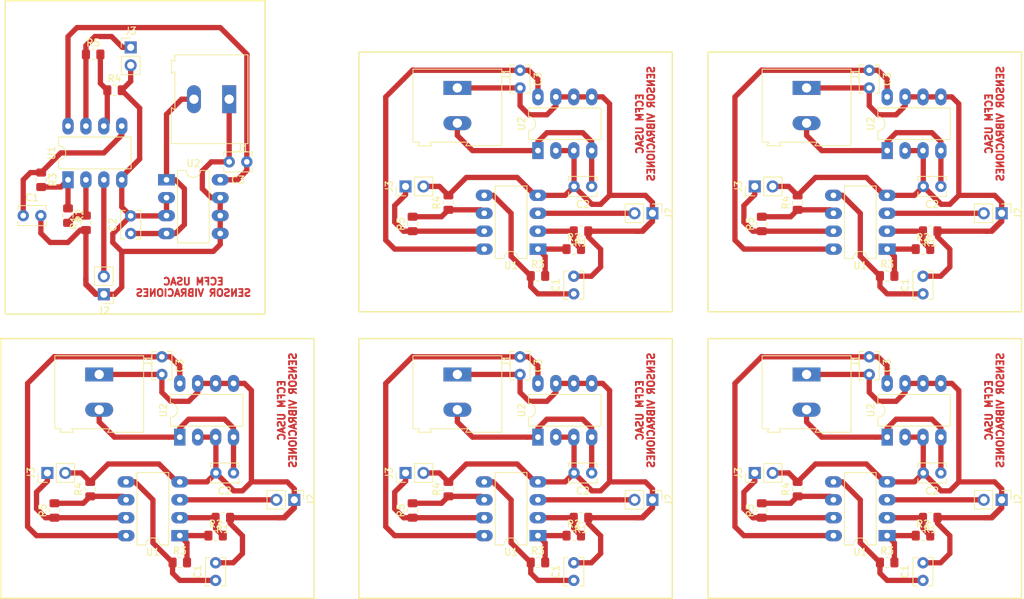
<source format=kicad_pcb>
(kicad_pcb (version 20171130) (host pcbnew "(5.0.1)-3")
  (layers (0 F.Cu signal) (31 B.Cu signal) (34 B.Paste user) (35 F.Paste user) (36 B.SilkS user) (37 F.SilkS user) (38 B.Mask user) (39 F.Mask user) (44 Edge.Cuts user))
  (net 0 "")
  (net 1 "Net-(C1-Pad1)")
  (net 2 GND)
  (net 3 "Net-(C2-Pad1)")
  (net 4 "Net-(C3-Pad1)")
  (net 5 "Net-(J2-Pad2)")
  (net 6 "Net-(J3-Pad1)")
  (net 7 "Net-(R1-Pad2)")
  (net 8 "Net-(R2-Pad1)")
  (net 9 "Net-(R4-Pad1)")
  (module Connector_PinHeader_2.54mm:PinHeader_1x02_P2.54mm_Vertical (layer F.Cu) (at 171.18 88.9 270)
    (fp_text reference J2 (at 0 -2.33 270) (layer F.SilkS))
    (fp_text value Conn_sensor)
    (pad 1 thru_hole rect (at 0 0 270) (size 1.7 1.7) (drill 1) (layers *.Cu *.Mask))
    (pad 2 thru_hole oval (at 0 2.54 270) (size 1.7 1.7) (drill 1) (layers *.Cu *.Mask))
  )
  (module Connector_PinHeader_2.54mm:PinHeader_1x02_P2.54mm_Vertical (layer F.Cu) (at 136.16 85.09 90)
    (fp_text reference J3 (at 0 -2.33 90) (layer F.SilkS))
    (fp_text value Conn_salida)
    (pad 1 thru_hole rect (at 0 0 90) (size 1.7 1.7) (drill 1) (layers *.Cu *.Mask))
    (pad 2 thru_hole oval (at 0 2.54 90) (size 1.7 1.7) (drill 1) (layers *.Cu *.Mask))
  )
  (module Capacitor_THT:C_Disc_D3.8mm_W2.6mm_P2.50mm (layer F.Cu) (at 160.02 100.33 90)
    (fp_text reference C1 (at 1.25 -2.55 90) (layer F.SilkS))
    (fp_text value "10 uF")
    (pad 2 thru_hole circle (at 2.5 0 90) (size 1.6 1.6) (drill 0.8) (layers *.Cu *.Mask))
    (pad 1 thru_hole circle (at 0 0 90) (size 1.6 1.6) (drill 0.8) (layers *.Cu *.Mask))
  )
  (module Resistor_SMD:R_0805_2012Metric_Pad1.15x1.40mm_HandSolder (layer F.Cu) (at 160.02 93.98)
    (fp_text reference R2 (at 0 -1.65) (layer F.SilkS))
    (fp_text value "18K ohm")
    (pad 1 smd roundrect (at -1.025 0) (size 1.15 1.4) (layers F.Cu F.Paste F.Mask) (roundrect_rratio 0.217391))
    (pad 2 smd roundrect (at 1.025 0) (size 1.15 1.4) (layers F.Cu F.Paste F.Mask) (roundrect_rratio 0.217391))
  )
  (module Capacitor_THT:C_Disc_D3.8mm_W2.6mm_P2.50mm (layer F.Cu) (at 162.56 85.09 180)
    (fp_text reference C2 (at 1.25 -2.55 180) (layer F.SilkS))
    (fp_text value "10 uF")
    (pad 1 thru_hole circle (at 0 0 180) (size 1.6 1.6) (drill 0.8) (layers *.Cu *.Mask))
    (pad 2 thru_hole circle (at 2.5 0 180) (size 1.6 1.6) (drill 0.8) (layers *.Cu *.Mask))
  )
  (module Resistor_SMD:R_0805_2012Metric_Pad1.15x1.40mm_HandSolder (layer F.Cu) (at 154.94 97.79)
    (fp_text reference R3 (at 0 -1.65) (layer F.SilkS))
    (fp_text value "1K1 ohm")
    (pad 2 smd roundrect (at 1.025 0) (size 1.15 1.4) (layers F.Cu F.Paste F.Mask) (roundrect_rratio 0.217391))
    (pad 1 smd roundrect (at -1.025 0) (size 1.15 1.4) (layers F.Cu F.Paste F.Mask) (roundrect_rratio 0.217391))
  )
  (module Capacitor_THT:C_Disc_D3.8mm_W2.6mm_P2.50mm (layer F.Cu) (at 152.4 68.62 270)
    (fp_text reference C3 (at 1.25 -2.55 270) (layer F.SilkS))
    (fp_text value "10 uF")
    (pad 2 thru_hole circle (at 2.5 0 270) (size 1.6 1.6) (drill 0.8) (layers *.Cu *.Mask))
    (pad 1 thru_hole circle (at 0 0 270) (size 1.6 1.6) (drill 0.8) (layers *.Cu *.Mask))
  )
  (module Resistor_SMD:R_0805_2012Metric_Pad1.15x1.40mm_HandSolder (layer F.Cu) (at 161.045 91.44 180)
    (fp_text reference R1 (at 0 -1.65 180) (layer F.SilkS))
    (fp_text value "470 ohm")
    (pad 2 smd roundrect (at 1.025 0 180) (size 1.15 1.4) (layers F.Cu F.Paste F.Mask) (roundrect_rratio 0.217391))
    (pad 1 smd roundrect (at -1.025 0 180) (size 1.15 1.4) (layers F.Cu F.Paste F.Mask) (roundrect_rratio 0.217391))
  )
  (module TerminalBlock:TerminalBlock_Altech_AK300-2_P5.00mm (layer F.Cu) (at 143.51 71.12 270)
    (fp_text reference J1 (at -1.92 -6.99 270) (layer F.SilkS))
    (fp_text value Screw_Terminal_01x02)
    (pad 2 thru_hole oval (at 5 0 270) (size 1.98 3.96) (drill 1.32) (layers *.Cu *.Mask))
    (pad 1 thru_hole rect (at 0 0 270) (size 1.98 3.96) (drill 1.32) (layers *.Cu *.Mask))
  )
  (module Resistor_SMD:R_0805_2012Metric_Pad1.15x1.40mm_HandSolder (layer F.Cu) (at 142.24 87.385 90)
    (fp_text reference R4 (at 0 -1.65 90) (layer F.SilkS))
    (fp_text value "3K6 ohm")
    (pad 2 smd roundrect (at 1.025 0 90) (size 1.15 1.4) (layers F.Cu F.Paste F.Mask) (roundrect_rratio 0.217391))
    (pad 1 smd roundrect (at -1.025 0 90) (size 1.15 1.4) (layers F.Cu F.Paste F.Mask) (roundrect_rratio 0.217391))
  )
  (module Resistor_SMD:R_0805_2012Metric_Pad1.15x1.40mm_HandSolder (layer F.Cu) (at 137.16 90.415 90)
    (fp_text reference R5 (at 0 -1.65 90) (layer F.SilkS))
    (fp_text value "18K ohm")
    (pad 1 smd roundrect (at -1.025 0 90) (size 1.15 1.4) (layers F.Cu F.Paste F.Mask) (roundrect_rratio 0.217391))
    (pad 2 smd roundrect (at 1.025 0 90) (size 1.15 1.4) (layers F.Cu F.Paste F.Mask) (roundrect_rratio 0.217391))
  )
  (module Package_DIP:DIP-8_W7.62mm_LongPads (layer F.Cu) (at 154.94 80.01 90)
    (fp_text reference U2 (at 3.81 -2.33 90) (layer F.SilkS))
    (fp_text value MAX604)
    (pad 1 thru_hole rect (at 0 0 90) (size 2.4 1.6) (drill 0.8) (layers *.Cu *.Mask))
    (pad 5 thru_hole oval (at 7.62 7.62 90) (size 2.4 1.6) (drill 0.8) (layers *.Cu *.Mask))
    (pad 2 thru_hole oval (at 0 2.54 90) (size 2.4 1.6) (drill 0.8) (layers *.Cu *.Mask))
    (pad 6 thru_hole oval (at 7.62 5.08 90) (size 2.4 1.6) (drill 0.8) (layers *.Cu *.Mask))
    (pad 3 thru_hole oval (at 0 5.08 90) (size 2.4 1.6) (drill 0.8) (layers *.Cu *.Mask))
    (pad 7 thru_hole oval (at 7.62 2.54 90) (size 2.4 1.6) (drill 0.8) (layers *.Cu *.Mask))
    (pad 4 thru_hole oval (at 0 7.62 90) (size 2.4 1.6) (drill 0.8) (layers *.Cu *.Mask))
    (pad 8 thru_hole oval (at 7.62 0 90) (size 2.4 1.6) (drill 0.8) (layers *.Cu *.Mask))
  )
  (module Package_DIP:DIP-8_W7.62mm_LongPads (layer F.Cu) (at 154.94 93.98 180)
    (fp_text reference U1 (at 3.81 -2.33 180) (layer F.SilkS))
    (fp_text value LM358)
    (pad 8 thru_hole oval (at 7.62 0 180) (size 2.4 1.6) (drill 0.8) (layers *.Cu *.Mask))
    (pad 4 thru_hole oval (at 0 7.62 180) (size 2.4 1.6) (drill 0.8) (layers *.Cu *.Mask))
    (pad 7 thru_hole oval (at 7.62 2.54 180) (size 2.4 1.6) (drill 0.8) (layers *.Cu *.Mask))
    (pad 3 thru_hole oval (at 0 5.08 180) (size 2.4 1.6) (drill 0.8) (layers *.Cu *.Mask))
    (pad 6 thru_hole oval (at 7.62 5.08 180) (size 2.4 1.6) (drill 0.8) (layers *.Cu *.Mask))
    (pad 2 thru_hole oval (at 0 2.54 180) (size 2.4 1.6) (drill 0.8) (layers *.Cu *.Mask))
    (pad 5 thru_hole oval (at 7.62 7.62 180) (size 2.4 1.6) (drill 0.8) (layers *.Cu *.Mask))
    (pad 1 thru_hole rect (at 0 0 180) (size 2.4 1.6) (drill 0.8) (layers *.Cu *.Mask))
  )
  (module Connector_PinHeader_2.54mm:PinHeader_1x02_P2.54mm_Vertical (layer F.Cu) (at 171.18 48.26 270)
    (fp_text reference J2 (at 0 -2.33 270) (layer F.SilkS))
    (fp_text value Conn_sensor)
    (pad 1 thru_hole rect (at 0 0 270) (size 1.7 1.7) (drill 1) (layers *.Cu *.Mask))
    (pad 2 thru_hole oval (at 0 2.54 270) (size 1.7 1.7) (drill 1) (layers *.Cu *.Mask))
  )
  (module Connector_PinHeader_2.54mm:PinHeader_1x02_P2.54mm_Vertical (layer F.Cu) (at 136.16 44.45 90)
    (fp_text reference J3 (at 0 -2.33 90) (layer F.SilkS))
    (fp_text value Conn_salida)
    (pad 1 thru_hole rect (at 0 0 90) (size 1.7 1.7) (drill 1) (layers *.Cu *.Mask))
    (pad 2 thru_hole oval (at 0 2.54 90) (size 1.7 1.7) (drill 1) (layers *.Cu *.Mask))
  )
  (module Capacitor_THT:C_Disc_D3.8mm_W2.6mm_P2.50mm (layer F.Cu) (at 160.02 59.69 90)
    (fp_text reference C1 (at 1.25 -2.55 90) (layer F.SilkS))
    (fp_text value "10 uF")
    (pad 2 thru_hole circle (at 2.5 0 90) (size 1.6 1.6) (drill 0.8) (layers *.Cu *.Mask))
    (pad 1 thru_hole circle (at 0 0 90) (size 1.6 1.6) (drill 0.8) (layers *.Cu *.Mask))
  )
  (module Resistor_SMD:R_0805_2012Metric_Pad1.15x1.40mm_HandSolder (layer F.Cu) (at 160.02 53.34)
    (fp_text reference R2 (at 0 -1.65) (layer F.SilkS))
    (fp_text value "18K ohm")
    (pad 1 smd roundrect (at -1.025 0) (size 1.15 1.4) (layers F.Cu F.Paste F.Mask) (roundrect_rratio 0.217391))
    (pad 2 smd roundrect (at 1.025 0) (size 1.15 1.4) (layers F.Cu F.Paste F.Mask) (roundrect_rratio 0.217391))
  )
  (module Capacitor_THT:C_Disc_D3.8mm_W2.6mm_P2.50mm (layer F.Cu) (at 162.56 44.45 180)
    (fp_text reference C2 (at 1.25 -2.55 180) (layer F.SilkS))
    (fp_text value "10 uF")
    (pad 1 thru_hole circle (at 0 0 180) (size 1.6 1.6) (drill 0.8) (layers *.Cu *.Mask))
    (pad 2 thru_hole circle (at 2.5 0 180) (size 1.6 1.6) (drill 0.8) (layers *.Cu *.Mask))
  )
  (module Resistor_SMD:R_0805_2012Metric_Pad1.15x1.40mm_HandSolder (layer F.Cu) (at 154.94 57.15)
    (fp_text reference R3 (at 0 -1.65) (layer F.SilkS))
    (fp_text value "1K1 ohm")
    (pad 2 smd roundrect (at 1.025 0) (size 1.15 1.4) (layers F.Cu F.Paste F.Mask) (roundrect_rratio 0.217391))
    (pad 1 smd roundrect (at -1.025 0) (size 1.15 1.4) (layers F.Cu F.Paste F.Mask) (roundrect_rratio 0.217391))
  )
  (module Capacitor_THT:C_Disc_D3.8mm_W2.6mm_P2.50mm (layer F.Cu) (at 152.4 27.98 270)
    (fp_text reference C3 (at 1.25 -2.55 270) (layer F.SilkS))
    (fp_text value "10 uF")
    (pad 2 thru_hole circle (at 2.5 0 270) (size 1.6 1.6) (drill 0.8) (layers *.Cu *.Mask))
    (pad 1 thru_hole circle (at 0 0 270) (size 1.6 1.6) (drill 0.8) (layers *.Cu *.Mask))
  )
  (module Resistor_SMD:R_0805_2012Metric_Pad1.15x1.40mm_HandSolder (layer F.Cu) (at 161.045 50.8 180)
    (fp_text reference R1 (at 0 -1.65 180) (layer F.SilkS))
    (fp_text value "470 ohm")
    (pad 2 smd roundrect (at 1.025 0 180) (size 1.15 1.4) (layers F.Cu F.Paste F.Mask) (roundrect_rratio 0.217391))
    (pad 1 smd roundrect (at -1.025 0 180) (size 1.15 1.4) (layers F.Cu F.Paste F.Mask) (roundrect_rratio 0.217391))
  )
  (module TerminalBlock:TerminalBlock_Altech_AK300-2_P5.00mm (layer F.Cu) (at 143.51 30.48 270)
    (fp_text reference J1 (at -1.92 -6.99 270) (layer F.SilkS))
    (fp_text value Screw_Terminal_01x02)
    (pad 2 thru_hole oval (at 5 0 270) (size 1.98 3.96) (drill 1.32) (layers *.Cu *.Mask))
    (pad 1 thru_hole rect (at 0 0 270) (size 1.98 3.96) (drill 1.32) (layers *.Cu *.Mask))
  )
  (module Resistor_SMD:R_0805_2012Metric_Pad1.15x1.40mm_HandSolder (layer F.Cu) (at 142.24 46.745 90)
    (fp_text reference R4 (at 0 -1.65 90) (layer F.SilkS))
    (fp_text value "3K6 ohm")
    (pad 2 smd roundrect (at 1.025 0 90) (size 1.15 1.4) (layers F.Cu F.Paste F.Mask) (roundrect_rratio 0.217391))
    (pad 1 smd roundrect (at -1.025 0 90) (size 1.15 1.4) (layers F.Cu F.Paste F.Mask) (roundrect_rratio 0.217391))
  )
  (module Resistor_SMD:R_0805_2012Metric_Pad1.15x1.40mm_HandSolder (layer F.Cu) (at 137.16 49.775 90)
    (fp_text reference R5 (at 0 -1.65 90) (layer F.SilkS))
    (fp_text value "18K ohm")
    (pad 1 smd roundrect (at -1.025 0 90) (size 1.15 1.4) (layers F.Cu F.Paste F.Mask) (roundrect_rratio 0.217391))
    (pad 2 smd roundrect (at 1.025 0 90) (size 1.15 1.4) (layers F.Cu F.Paste F.Mask) (roundrect_rratio 0.217391))
  )
  (module Package_DIP:DIP-8_W7.62mm_LongPads (layer F.Cu) (at 154.94 39.37 90)
    (fp_text reference U2 (at 3.81 -2.33 90) (layer F.SilkS))
    (fp_text value MAX604)
    (pad 1 thru_hole rect (at 0 0 90) (size 2.4 1.6) (drill 0.8) (layers *.Cu *.Mask))
    (pad 5 thru_hole oval (at 7.62 7.62 90) (size 2.4 1.6) (drill 0.8) (layers *.Cu *.Mask))
    (pad 2 thru_hole oval (at 0 2.54 90) (size 2.4 1.6) (drill 0.8) (layers *.Cu *.Mask))
    (pad 6 thru_hole oval (at 7.62 5.08 90) (size 2.4 1.6) (drill 0.8) (layers *.Cu *.Mask))
    (pad 3 thru_hole oval (at 0 5.08 90) (size 2.4 1.6) (drill 0.8) (layers *.Cu *.Mask))
    (pad 7 thru_hole oval (at 7.62 2.54 90) (size 2.4 1.6) (drill 0.8) (layers *.Cu *.Mask))
    (pad 4 thru_hole oval (at 0 7.62 90) (size 2.4 1.6) (drill 0.8) (layers *.Cu *.Mask))
    (pad 8 thru_hole oval (at 7.62 0 90) (size 2.4 1.6) (drill 0.8) (layers *.Cu *.Mask))
  )
  (module Package_DIP:DIP-8_W7.62mm_LongPads (layer F.Cu) (at 154.94 53.34 180)
    (fp_text reference U1 (at 3.81 -2.33 180) (layer F.SilkS))
    (fp_text value LM358)
    (pad 8 thru_hole oval (at 7.62 0 180) (size 2.4 1.6) (drill 0.8) (layers *.Cu *.Mask))
    (pad 4 thru_hole oval (at 0 7.62 180) (size 2.4 1.6) (drill 0.8) (layers *.Cu *.Mask))
    (pad 7 thru_hole oval (at 7.62 2.54 180) (size 2.4 1.6) (drill 0.8) (layers *.Cu *.Mask))
    (pad 3 thru_hole oval (at 0 5.08 180) (size 2.4 1.6) (drill 0.8) (layers *.Cu *.Mask))
    (pad 6 thru_hole oval (at 7.62 5.08 180) (size 2.4 1.6) (drill 0.8) (layers *.Cu *.Mask))
    (pad 2 thru_hole oval (at 0 2.54 180) (size 2.4 1.6) (drill 0.8) (layers *.Cu *.Mask))
    (pad 5 thru_hole oval (at 7.62 7.62 180) (size 2.4 1.6) (drill 0.8) (layers *.Cu *.Mask))
    (pad 1 thru_hole rect (at 0 0 180) (size 2.4 1.6) (drill 0.8) (layers *.Cu *.Mask))
  )
  (module Connector_PinHeader_2.54mm:PinHeader_1x02_P2.54mm_Vertical (layer F.Cu) (at 121.65 88.9 270)
    (fp_text reference J2 (at 0 -2.33 270) (layer F.SilkS))
    (fp_text value Conn_sensor)
    (pad 1 thru_hole rect (at 0 0 270) (size 1.7 1.7) (drill 1) (layers *.Cu *.Mask))
    (pad 2 thru_hole oval (at 0 2.54 270) (size 1.7 1.7) (drill 1) (layers *.Cu *.Mask))
  )
  (module Connector_PinHeader_2.54mm:PinHeader_1x02_P2.54mm_Vertical (layer F.Cu) (at 86.63 85.09 90)
    (fp_text reference J3 (at 0 -2.33 90) (layer F.SilkS))
    (fp_text value Conn_salida)
    (pad 1 thru_hole rect (at 0 0 90) (size 1.7 1.7) (drill 1) (layers *.Cu *.Mask))
    (pad 2 thru_hole oval (at 0 2.54 90) (size 1.7 1.7) (drill 1) (layers *.Cu *.Mask))
  )
  (module Capacitor_THT:C_Disc_D3.8mm_W2.6mm_P2.50mm (layer F.Cu) (at 110.49 100.33 90)
    (fp_text reference C1 (at 1.25 -2.55 90) (layer F.SilkS))
    (fp_text value "10 uF")
    (pad 2 thru_hole circle (at 2.5 0 90) (size 1.6 1.6) (drill 0.8) (layers *.Cu *.Mask))
    (pad 1 thru_hole circle (at 0 0 90) (size 1.6 1.6) (drill 0.8) (layers *.Cu *.Mask))
  )
  (module Resistor_SMD:R_0805_2012Metric_Pad1.15x1.40mm_HandSolder (layer F.Cu) (at 110.49 93.98)
    (fp_text reference R2 (at 0 -1.65) (layer F.SilkS))
    (fp_text value "18K ohm")
    (pad 1 smd roundrect (at -1.025 0) (size 1.15 1.4) (layers F.Cu F.Paste F.Mask) (roundrect_rratio 0.217391))
    (pad 2 smd roundrect (at 1.025 0) (size 1.15 1.4) (layers F.Cu F.Paste F.Mask) (roundrect_rratio 0.217391))
  )
  (module Capacitor_THT:C_Disc_D3.8mm_W2.6mm_P2.50mm (layer F.Cu) (at 113.03 85.09 180)
    (fp_text reference C2 (at 1.25 -2.55 180) (layer F.SilkS))
    (fp_text value "10 uF")
    (pad 1 thru_hole circle (at 0 0 180) (size 1.6 1.6) (drill 0.8) (layers *.Cu *.Mask))
    (pad 2 thru_hole circle (at 2.5 0 180) (size 1.6 1.6) (drill 0.8) (layers *.Cu *.Mask))
  )
  (module Resistor_SMD:R_0805_2012Metric_Pad1.15x1.40mm_HandSolder (layer F.Cu) (at 105.41 97.79)
    (fp_text reference R3 (at 0 -1.65) (layer F.SilkS))
    (fp_text value "1K1 ohm")
    (pad 2 smd roundrect (at 1.025 0) (size 1.15 1.4) (layers F.Cu F.Paste F.Mask) (roundrect_rratio 0.217391))
    (pad 1 smd roundrect (at -1.025 0) (size 1.15 1.4) (layers F.Cu F.Paste F.Mask) (roundrect_rratio 0.217391))
  )
  (module Capacitor_THT:C_Disc_D3.8mm_W2.6mm_P2.50mm (layer F.Cu) (at 102.87 68.62 270)
    (fp_text reference C3 (at 1.25 -2.55 270) (layer F.SilkS))
    (fp_text value "10 uF")
    (pad 2 thru_hole circle (at 2.5 0 270) (size 1.6 1.6) (drill 0.8) (layers *.Cu *.Mask))
    (pad 1 thru_hole circle (at 0 0 270) (size 1.6 1.6) (drill 0.8) (layers *.Cu *.Mask))
  )
  (module Resistor_SMD:R_0805_2012Metric_Pad1.15x1.40mm_HandSolder (layer F.Cu) (at 111.515 91.44 180)
    (fp_text reference R1 (at 0 -1.65 180) (layer F.SilkS))
    (fp_text value "470 ohm")
    (pad 2 smd roundrect (at 1.025 0 180) (size 1.15 1.4) (layers F.Cu F.Paste F.Mask) (roundrect_rratio 0.217391))
    (pad 1 smd roundrect (at -1.025 0 180) (size 1.15 1.4) (layers F.Cu F.Paste F.Mask) (roundrect_rratio 0.217391))
  )
  (module TerminalBlock:TerminalBlock_Altech_AK300-2_P5.00mm (layer F.Cu) (at 93.98 71.12 270)
    (fp_text reference J1 (at -1.92 -6.99 270) (layer F.SilkS))
    (fp_text value Screw_Terminal_01x02)
    (pad 2 thru_hole oval (at 5 0 270) (size 1.98 3.96) (drill 1.32) (layers *.Cu *.Mask))
    (pad 1 thru_hole rect (at 0 0 270) (size 1.98 3.96) (drill 1.32) (layers *.Cu *.Mask))
  )
  (module Resistor_SMD:R_0805_2012Metric_Pad1.15x1.40mm_HandSolder (layer F.Cu) (at 92.71 87.385 90)
    (fp_text reference R4 (at 0 -1.65 90) (layer F.SilkS))
    (fp_text value "3K6 ohm")
    (pad 2 smd roundrect (at 1.025 0 90) (size 1.15 1.4) (layers F.Cu F.Paste F.Mask) (roundrect_rratio 0.217391))
    (pad 1 smd roundrect (at -1.025 0 90) (size 1.15 1.4) (layers F.Cu F.Paste F.Mask) (roundrect_rratio 0.217391))
  )
  (module Resistor_SMD:R_0805_2012Metric_Pad1.15x1.40mm_HandSolder (layer F.Cu) (at 87.63 90.415 90)
    (fp_text reference R5 (at 0 -1.65 90) (layer F.SilkS))
    (fp_text value "18K ohm")
    (pad 1 smd roundrect (at -1.025 0 90) (size 1.15 1.4) (layers F.Cu F.Paste F.Mask) (roundrect_rratio 0.217391))
    (pad 2 smd roundrect (at 1.025 0 90) (size 1.15 1.4) (layers F.Cu F.Paste F.Mask) (roundrect_rratio 0.217391))
  )
  (module Package_DIP:DIP-8_W7.62mm_LongPads (layer F.Cu) (at 105.41 80.01 90)
    (fp_text reference U2 (at 3.81 -2.33 90) (layer F.SilkS))
    (fp_text value MAX604)
    (pad 1 thru_hole rect (at 0 0 90) (size 2.4 1.6) (drill 0.8) (layers *.Cu *.Mask))
    (pad 5 thru_hole oval (at 7.62 7.62 90) (size 2.4 1.6) (drill 0.8) (layers *.Cu *.Mask))
    (pad 2 thru_hole oval (at 0 2.54 90) (size 2.4 1.6) (drill 0.8) (layers *.Cu *.Mask))
    (pad 6 thru_hole oval (at 7.62 5.08 90) (size 2.4 1.6) (drill 0.8) (layers *.Cu *.Mask))
    (pad 3 thru_hole oval (at 0 5.08 90) (size 2.4 1.6) (drill 0.8) (layers *.Cu *.Mask))
    (pad 7 thru_hole oval (at 7.62 2.54 90) (size 2.4 1.6) (drill 0.8) (layers *.Cu *.Mask))
    (pad 4 thru_hole oval (at 0 7.62 90) (size 2.4 1.6) (drill 0.8) (layers *.Cu *.Mask))
    (pad 8 thru_hole oval (at 7.62 0 90) (size 2.4 1.6) (drill 0.8) (layers *.Cu *.Mask))
  )
  (module Package_DIP:DIP-8_W7.62mm_LongPads (layer F.Cu) (at 105.41 93.98 180)
    (fp_text reference U1 (at 3.81 -2.33 180) (layer F.SilkS))
    (fp_text value LM358)
    (pad 8 thru_hole oval (at 7.62 0 180) (size 2.4 1.6) (drill 0.8) (layers *.Cu *.Mask))
    (pad 4 thru_hole oval (at 0 7.62 180) (size 2.4 1.6) (drill 0.8) (layers *.Cu *.Mask))
    (pad 7 thru_hole oval (at 7.62 2.54 180) (size 2.4 1.6) (drill 0.8) (layers *.Cu *.Mask))
    (pad 3 thru_hole oval (at 0 5.08 180) (size 2.4 1.6) (drill 0.8) (layers *.Cu *.Mask))
    (pad 6 thru_hole oval (at 7.62 5.08 180) (size 2.4 1.6) (drill 0.8) (layers *.Cu *.Mask))
    (pad 2 thru_hole oval (at 0 2.54 180) (size 2.4 1.6) (drill 0.8) (layers *.Cu *.Mask))
    (pad 5 thru_hole oval (at 7.62 7.62 180) (size 2.4 1.6) (drill 0.8) (layers *.Cu *.Mask))
    (pad 1 thru_hole rect (at 0 0 180) (size 2.4 1.6) (drill 0.8) (layers *.Cu *.Mask))
  )
  (module Connector_PinHeader_2.54mm:PinHeader_1x02_P2.54mm_Vertical (layer F.Cu) (at 70.85 88.9 270)
    (fp_text reference J2 (at 0 -2.33 270) (layer F.SilkS))
    (fp_text value Conn_sensor)
    (pad 1 thru_hole rect (at 0 0 270) (size 1.7 1.7) (drill 1) (layers *.Cu *.Mask))
    (pad 2 thru_hole oval (at 0 2.54 270) (size 1.7 1.7) (drill 1) (layers *.Cu *.Mask))
  )
  (module Connector_PinHeader_2.54mm:PinHeader_1x02_P2.54mm_Vertical (layer F.Cu) (at 35.83 85.09 90)
    (fp_text reference J3 (at 0 -2.33 90) (layer F.SilkS))
    (fp_text value Conn_salida)
    (pad 1 thru_hole rect (at 0 0 90) (size 1.7 1.7) (drill 1) (layers *.Cu *.Mask))
    (pad 2 thru_hole oval (at 0 2.54 90) (size 1.7 1.7) (drill 1) (layers *.Cu *.Mask))
  )
  (module Capacitor_THT:C_Disc_D3.8mm_W2.6mm_P2.50mm (layer F.Cu) (at 59.69 100.33 90)
    (fp_text reference C1 (at 1.25 -2.55 90) (layer F.SilkS))
    (fp_text value "10 uF")
    (pad 2 thru_hole circle (at 2.5 0 90) (size 1.6 1.6) (drill 0.8) (layers *.Cu *.Mask))
    (pad 1 thru_hole circle (at 0 0 90) (size 1.6 1.6) (drill 0.8) (layers *.Cu *.Mask))
  )
  (module Resistor_SMD:R_0805_2012Metric_Pad1.15x1.40mm_HandSolder (layer F.Cu) (at 59.69 93.98)
    (fp_text reference R2 (at 0 -1.65) (layer F.SilkS))
    (fp_text value "18K ohm")
    (pad 1 smd roundrect (at -1.025 0) (size 1.15 1.4) (layers F.Cu F.Paste F.Mask) (roundrect_rratio 0.217391))
    (pad 2 smd roundrect (at 1.025 0) (size 1.15 1.4) (layers F.Cu F.Paste F.Mask) (roundrect_rratio 0.217391))
  )
  (module Capacitor_THT:C_Disc_D3.8mm_W2.6mm_P2.50mm (layer F.Cu) (at 62.23 85.09 180)
    (fp_text reference C2 (at 1.25 -2.55 180) (layer F.SilkS))
    (fp_text value "10 uF")
    (pad 1 thru_hole circle (at 0 0 180) (size 1.6 1.6) (drill 0.8) (layers *.Cu *.Mask))
    (pad 2 thru_hole circle (at 2.5 0 180) (size 1.6 1.6) (drill 0.8) (layers *.Cu *.Mask))
  )
  (module Resistor_SMD:R_0805_2012Metric_Pad1.15x1.40mm_HandSolder (layer F.Cu) (at 54.61 97.79)
    (fp_text reference R3 (at 0 -1.65) (layer F.SilkS))
    (fp_text value "1K1 ohm")
    (pad 2 smd roundrect (at 1.025 0) (size 1.15 1.4) (layers F.Cu F.Paste F.Mask) (roundrect_rratio 0.217391))
    (pad 1 smd roundrect (at -1.025 0) (size 1.15 1.4) (layers F.Cu F.Paste F.Mask) (roundrect_rratio 0.217391))
  )
  (module Capacitor_THT:C_Disc_D3.8mm_W2.6mm_P2.50mm (layer F.Cu) (at 52.07 68.62 270)
    (fp_text reference C3 (at 1.25 -2.55 270) (layer F.SilkS))
    (fp_text value "10 uF")
    (pad 2 thru_hole circle (at 2.5 0 270) (size 1.6 1.6) (drill 0.8) (layers *.Cu *.Mask))
    (pad 1 thru_hole circle (at 0 0 270) (size 1.6 1.6) (drill 0.8) (layers *.Cu *.Mask))
  )
  (module Resistor_SMD:R_0805_2012Metric_Pad1.15x1.40mm_HandSolder (layer F.Cu) (at 60.715 91.44 180)
    (fp_text reference R1 (at 0 -1.65 180) (layer F.SilkS))
    (fp_text value "470 ohm")
    (pad 2 smd roundrect (at 1.025 0 180) (size 1.15 1.4) (layers F.Cu F.Paste F.Mask) (roundrect_rratio 0.217391))
    (pad 1 smd roundrect (at -1.025 0 180) (size 1.15 1.4) (layers F.Cu F.Paste F.Mask) (roundrect_rratio 0.217391))
  )
  (module TerminalBlock:TerminalBlock_Altech_AK300-2_P5.00mm (layer F.Cu) (at 43.18 71.12 270)
    (fp_text reference J1 (at -1.92 -6.99 270) (layer F.SilkS))
    (fp_text value Screw_Terminal_01x02)
    (pad 2 thru_hole oval (at 5 0 270) (size 1.98 3.96) (drill 1.32) (layers *.Cu *.Mask))
    (pad 1 thru_hole rect (at 0 0 270) (size 1.98 3.96) (drill 1.32) (layers *.Cu *.Mask))
  )
  (module Resistor_SMD:R_0805_2012Metric_Pad1.15x1.40mm_HandSolder (layer F.Cu) (at 41.91 87.385 90)
    (fp_text reference R4 (at 0 -1.65 90) (layer F.SilkS))
    (fp_text value "3K6 ohm")
    (pad 2 smd roundrect (at 1.025 0 90) (size 1.15 1.4) (layers F.Cu F.Paste F.Mask) (roundrect_rratio 0.217391))
    (pad 1 smd roundrect (at -1.025 0 90) (size 1.15 1.4) (layers F.Cu F.Paste F.Mask) (roundrect_rratio 0.217391))
  )
  (module Resistor_SMD:R_0805_2012Metric_Pad1.15x1.40mm_HandSolder (layer F.Cu) (at 36.83 90.415 90)
    (fp_text reference R5 (at 0 -1.65 90) (layer F.SilkS))
    (fp_text value "18K ohm")
    (pad 1 smd roundrect (at -1.025 0 90) (size 1.15 1.4) (layers F.Cu F.Paste F.Mask) (roundrect_rratio 0.217391))
    (pad 2 smd roundrect (at 1.025 0 90) (size 1.15 1.4) (layers F.Cu F.Paste F.Mask) (roundrect_rratio 0.217391))
  )
  (module Package_DIP:DIP-8_W7.62mm_LongPads (layer F.Cu) (at 54.61 80.01 90)
    (fp_text reference U2 (at 3.81 -2.33 90) (layer F.SilkS))
    (fp_text value MAX604)
    (pad 1 thru_hole rect (at 0 0 90) (size 2.4 1.6) (drill 0.8) (layers *.Cu *.Mask))
    (pad 5 thru_hole oval (at 7.62 7.62 90) (size 2.4 1.6) (drill 0.8) (layers *.Cu *.Mask))
    (pad 2 thru_hole oval (at 0 2.54 90) (size 2.4 1.6) (drill 0.8) (layers *.Cu *.Mask))
    (pad 6 thru_hole oval (at 7.62 5.08 90) (size 2.4 1.6) (drill 0.8) (layers *.Cu *.Mask))
    (pad 3 thru_hole oval (at 0 5.08 90) (size 2.4 1.6) (drill 0.8) (layers *.Cu *.Mask))
    (pad 7 thru_hole oval (at 7.62 2.54 90) (size 2.4 1.6) (drill 0.8) (layers *.Cu *.Mask))
    (pad 4 thru_hole oval (at 0 7.62 90) (size 2.4 1.6) (drill 0.8) (layers *.Cu *.Mask))
    (pad 8 thru_hole oval (at 7.62 0 90) (size 2.4 1.6) (drill 0.8) (layers *.Cu *.Mask))
  )
  (module Package_DIP:DIP-8_W7.62mm_LongPads (layer F.Cu) (at 54.61 93.98 180)
    (fp_text reference U1 (at 3.81 -2.33 180) (layer F.SilkS))
    (fp_text value LM358)
    (pad 8 thru_hole oval (at 7.62 0 180) (size 2.4 1.6) (drill 0.8) (layers *.Cu *.Mask))
    (pad 4 thru_hole oval (at 0 7.62 180) (size 2.4 1.6) (drill 0.8) (layers *.Cu *.Mask))
    (pad 7 thru_hole oval (at 7.62 2.54 180) (size 2.4 1.6) (drill 0.8) (layers *.Cu *.Mask))
    (pad 3 thru_hole oval (at 0 5.08 180) (size 2.4 1.6) (drill 0.8) (layers *.Cu *.Mask))
    (pad 6 thru_hole oval (at 7.62 5.08 180) (size 2.4 1.6) (drill 0.8) (layers *.Cu *.Mask))
    (pad 2 thru_hole oval (at 0 2.54 180) (size 2.4 1.6) (drill 0.8) (layers *.Cu *.Mask))
    (pad 5 thru_hole oval (at 7.62 7.62 180) (size 2.4 1.6) (drill 0.8) (layers *.Cu *.Mask))
    (pad 1 thru_hole rect (at 0 0 180) (size 2.4 1.6) (drill 0.8) (layers *.Cu *.Mask))
  )
  (module Connector_PinHeader_2.54mm:PinHeader_1x02_P2.54mm_Vertical (layer F.Cu) (at 121.65 48.26 270)
    (fp_text reference J2 (at 0 -2.33 270) (layer F.SilkS))
    (fp_text value Conn_sensor)
    (pad 1 thru_hole rect (at 0 0 270) (size 1.7 1.7) (drill 1) (layers *.Cu *.Mask))
    (pad 2 thru_hole oval (at 0 2.54 270) (size 1.7 1.7) (drill 1) (layers *.Cu *.Mask))
  )
  (module Connector_PinHeader_2.54mm:PinHeader_1x02_P2.54mm_Vertical (layer F.Cu) (at 86.63 44.45 90)
    (fp_text reference J3 (at 0 -2.33 90) (layer F.SilkS))
    (fp_text value Conn_salida)
    (pad 1 thru_hole rect (at 0 0 90) (size 1.7 1.7) (drill 1) (layers *.Cu *.Mask))
    (pad 2 thru_hole oval (at 0 2.54 90) (size 1.7 1.7) (drill 1) (layers *.Cu *.Mask))
  )
  (module Capacitor_THT:C_Disc_D3.8mm_W2.6mm_P2.50mm (layer F.Cu) (at 110.49 59.69 90)
    (fp_text reference C1 (at 1.25 -2.55 90) (layer F.SilkS))
    (fp_text value "10 uF")
    (pad 2 thru_hole circle (at 2.5 0 90) (size 1.6 1.6) (drill 0.8) (layers *.Cu *.Mask))
    (pad 1 thru_hole circle (at 0 0 90) (size 1.6 1.6) (drill 0.8) (layers *.Cu *.Mask))
  )
  (module Resistor_SMD:R_0805_2012Metric_Pad1.15x1.40mm_HandSolder (layer F.Cu) (at 110.49 53.34)
    (fp_text reference R2 (at 0 -1.65) (layer F.SilkS))
    (fp_text value "18K ohm")
    (pad 1 smd roundrect (at -1.025 0) (size 1.15 1.4) (layers F.Cu F.Paste F.Mask) (roundrect_rratio 0.217391))
    (pad 2 smd roundrect (at 1.025 0) (size 1.15 1.4) (layers F.Cu F.Paste F.Mask) (roundrect_rratio 0.217391))
  )
  (module Capacitor_THT:C_Disc_D3.8mm_W2.6mm_P2.50mm (layer F.Cu) (at 113.03 44.45 180)
    (fp_text reference C2 (at 1.25 -2.55 180) (layer F.SilkS))
    (fp_text value "10 uF")
    (pad 1 thru_hole circle (at 0 0 180) (size 1.6 1.6) (drill 0.8) (layers *.Cu *.Mask))
    (pad 2 thru_hole circle (at 2.5 0 180) (size 1.6 1.6) (drill 0.8) (layers *.Cu *.Mask))
  )
  (module Resistor_SMD:R_0805_2012Metric_Pad1.15x1.40mm_HandSolder (layer F.Cu) (at 105.41 57.15)
    (fp_text reference R3 (at 0 -1.65) (layer F.SilkS))
    (fp_text value "1K1 ohm")
    (pad 2 smd roundrect (at 1.025 0) (size 1.15 1.4) (layers F.Cu F.Paste F.Mask) (roundrect_rratio 0.217391))
    (pad 1 smd roundrect (at -1.025 0) (size 1.15 1.4) (layers F.Cu F.Paste F.Mask) (roundrect_rratio 0.217391))
  )
  (module Capacitor_THT:C_Disc_D3.8mm_W2.6mm_P2.50mm (layer F.Cu) (at 102.87 27.98 270)
    (fp_text reference C3 (at 1.25 -2.55 270) (layer F.SilkS))
    (fp_text value "10 uF")
    (pad 2 thru_hole circle (at 2.5 0 270) (size 1.6 1.6) (drill 0.8) (layers *.Cu *.Mask))
    (pad 1 thru_hole circle (at 0 0 270) (size 1.6 1.6) (drill 0.8) (layers *.Cu *.Mask))
  )
  (module Resistor_SMD:R_0805_2012Metric_Pad1.15x1.40mm_HandSolder (layer F.Cu) (at 111.515 50.8 180)
    (fp_text reference R1 (at 0 -1.65 180) (layer F.SilkS))
    (fp_text value "470 ohm")
    (pad 2 smd roundrect (at 1.025 0 180) (size 1.15 1.4) (layers F.Cu F.Paste F.Mask) (roundrect_rratio 0.217391))
    (pad 1 smd roundrect (at -1.025 0 180) (size 1.15 1.4) (layers F.Cu F.Paste F.Mask) (roundrect_rratio 0.217391))
  )
  (module TerminalBlock:TerminalBlock_Altech_AK300-2_P5.00mm (layer F.Cu) (at 93.98 30.48 270)
    (fp_text reference J1 (at -1.92 -6.99 270) (layer F.SilkS))
    (fp_text value Screw_Terminal_01x02)
    (pad 2 thru_hole oval (at 5 0 270) (size 1.98 3.96) (drill 1.32) (layers *.Cu *.Mask))
    (pad 1 thru_hole rect (at 0 0 270) (size 1.98 3.96) (drill 1.32) (layers *.Cu *.Mask))
  )
  (module Resistor_SMD:R_0805_2012Metric_Pad1.15x1.40mm_HandSolder (layer F.Cu) (at 92.71 46.745 90)
    (fp_text reference R4 (at 0 -1.65 90) (layer F.SilkS))
    (fp_text value "3K6 ohm")
    (pad 2 smd roundrect (at 1.025 0 90) (size 1.15 1.4) (layers F.Cu F.Paste F.Mask) (roundrect_rratio 0.217391))
    (pad 1 smd roundrect (at -1.025 0 90) (size 1.15 1.4) (layers F.Cu F.Paste F.Mask) (roundrect_rratio 0.217391))
  )
  (module Resistor_SMD:R_0805_2012Metric_Pad1.15x1.40mm_HandSolder (layer F.Cu) (at 87.63 49.775 90)
    (fp_text reference R5 (at 0 -1.65 90) (layer F.SilkS))
    (fp_text value "18K ohm")
    (pad 1 smd roundrect (at -1.025 0 90) (size 1.15 1.4) (layers F.Cu F.Paste F.Mask) (roundrect_rratio 0.217391))
    (pad 2 smd roundrect (at 1.025 0 90) (size 1.15 1.4) (layers F.Cu F.Paste F.Mask) (roundrect_rratio 0.217391))
  )
  (module Package_DIP:DIP-8_W7.62mm_LongPads (layer F.Cu) (at 105.41 39.37 90)
    (fp_text reference U2 (at 3.81 -2.33 90) (layer F.SilkS))
    (fp_text value MAX604)
    (pad 1 thru_hole rect (at 0 0 90) (size 2.4 1.6) (drill 0.8) (layers *.Cu *.Mask))
    (pad 5 thru_hole oval (at 7.62 7.62 90) (size 2.4 1.6) (drill 0.8) (layers *.Cu *.Mask))
    (pad 2 thru_hole oval (at 0 2.54 90) (size 2.4 1.6) (drill 0.8) (layers *.Cu *.Mask))
    (pad 6 thru_hole oval (at 7.62 5.08 90) (size 2.4 1.6) (drill 0.8) (layers *.Cu *.Mask))
    (pad 3 thru_hole oval (at 0 5.08 90) (size 2.4 1.6) (drill 0.8) (layers *.Cu *.Mask))
    (pad 7 thru_hole oval (at 7.62 2.54 90) (size 2.4 1.6) (drill 0.8) (layers *.Cu *.Mask))
    (pad 4 thru_hole oval (at 0 7.62 90) (size 2.4 1.6) (drill 0.8) (layers *.Cu *.Mask))
    (pad 8 thru_hole oval (at 7.62 0 90) (size 2.4 1.6) (drill 0.8) (layers *.Cu *.Mask))
  )
  (module Package_DIP:DIP-8_W7.62mm_LongPads (layer F.Cu) (at 105.41 53.34 180)
    (fp_text reference U1 (at 3.81 -2.33 180) (layer F.SilkS))
    (fp_text value LM358)
    (pad 8 thru_hole oval (at 7.62 0 180) (size 2.4 1.6) (drill 0.8) (layers *.Cu *.Mask))
    (pad 4 thru_hole oval (at 0 7.62 180) (size 2.4 1.6) (drill 0.8) (layers *.Cu *.Mask))
    (pad 7 thru_hole oval (at 7.62 2.54 180) (size 2.4 1.6) (drill 0.8) (layers *.Cu *.Mask))
    (pad 3 thru_hole oval (at 0 5.08 180) (size 2.4 1.6) (drill 0.8) (layers *.Cu *.Mask))
    (pad 6 thru_hole oval (at 7.62 5.08 180) (size 2.4 1.6) (drill 0.8) (layers *.Cu *.Mask))
    (pad 2 thru_hole oval (at 0 2.54 180) (size 2.4 1.6) (drill 0.8) (layers *.Cu *.Mask))
    (pad 5 thru_hole oval (at 7.62 7.62 180) (size 2.4 1.6) (drill 0.8) (layers *.Cu *.Mask))
    (pad 1 thru_hole rect (at 0 0 180) (size 2.4 1.6) (drill 0.8) (layers *.Cu *.Mask))
  )
  (module Package_DIP:DIP-8_W7.62mm_LongPads (layer F.Cu) (at 38.756713 43.510201 90)
    (fp_text reference U1 (at 3.81 -2.33 90) (layer F.SilkS))
    (fp_text value LM358)
    (pad 1 thru_hole rect (at 0 0 90) (size 2.4 1.6) (drill 0.8) (layers *.Cu *.Mask) (net 8 "Net-(R2-Pad1)"))
    (pad 5 thru_hole oval (at 7.62 7.62 90) (size 2.4 1.6) (drill 0.8) (layers *.Cu *.Mask) (net 1 "Net-(C1-Pad1)"))
    (pad 2 thru_hole oval (at 0 2.54 90) (size 2.4 1.6) (drill 0.8) (layers *.Cu *.Mask) (net 7 "Net-(R1-Pad2)"))
    (pad 6 thru_hole oval (at 7.62 5.08 90) (size 2.4 1.6) (drill 0.8) (layers *.Cu *.Mask) (net 9 "Net-(R4-Pad1)"))
    (pad 3 thru_hole oval (at 0 5.08 90) (size 2.4 1.6) (drill 0.8) (layers *.Cu *.Mask) (net 5 "Net-(J2-Pad2)"))
    (pad 7 thru_hole oval (at 7.62 2.54 90) (size 2.4 1.6) (drill 0.8) (layers *.Cu *.Mask) (net 6 "Net-(J3-Pad1)"))
    (pad 4 thru_hole oval (at 0 7.62 90) (size 2.4 1.6) (drill 0.8) (layers *.Cu *.Mask) (net 2 GND))
    (pad 8 thru_hole oval (at 7.62 0 90) (size 2.4 1.6) (drill 0.8) (layers *.Cu *.Mask) (net 4 "Net-(C3-Pad1)"))
  )
  (module Package_DIP:DIP-8_W7.62mm_LongPads (layer F.Cu) (at 52.726713 43.510201)
    (fp_text reference U2 (at 3.81 -2.33) (layer F.SilkS))
    (fp_text value MAX604)
    (pad 8 thru_hole oval (at 7.62 0) (size 2.4 1.6) (drill 0.8) (layers *.Cu *.Mask) (net 4 "Net-(C3-Pad1)"))
    (pad 4 thru_hole oval (at 0 7.62) (size 2.4 1.6) (drill 0.8) (layers *.Cu *.Mask) (net 3 "Net-(C2-Pad1)"))
    (pad 7 thru_hole oval (at 7.62 2.54) (size 2.4 1.6) (drill 0.8) (layers *.Cu *.Mask) (net 2 GND))
    (pad 3 thru_hole oval (at 0 5.08) (size 2.4 1.6) (drill 0.8) (layers *.Cu *.Mask) (net 2 GND))
    (pad 6 thru_hole oval (at 7.62 5.08) (size 2.4 1.6) (drill 0.8) (layers *.Cu *.Mask) (net 2 GND))
    (pad 2 thru_hole oval (at 0 2.54) (size 2.4 1.6) (drill 0.8) (layers *.Cu *.Mask) (net 2 GND))
    (pad 5 thru_hole oval (at 7.62 7.62) (size 2.4 1.6) (drill 0.8) (layers *.Cu *.Mask) (net 2 GND))
    (pad 1 thru_hole rect (at 0 0) (size 2.4 1.6) (drill 0.8) (layers *.Cu *.Mask) (net 3 "Net-(C2-Pad1)"))
  )
  (module Resistor_SMD:R_0805_2012Metric_Pad1.15x1.40mm_HandSolder (layer F.Cu) (at 42.321713 25.730201)
    (fp_text reference R5 (at 0 -1.65) (layer F.SilkS))
    (fp_text value "18K ohm")
    (pad 2 smd roundrect (at 1.025 0) (size 1.15 1.4) (layers F.Cu F.Paste F.Mask) (roundrect_rratio 0.217391) (net 9 "Net-(R4-Pad1)"))
    (pad 1 smd roundrect (at -1.025 0) (size 1.15 1.4) (layers F.Cu F.Paste F.Mask) (roundrect_rratio 0.217391) (net 6 "Net-(J3-Pad1)"))
  )
  (module Resistor_SMD:R_0805_2012Metric_Pad1.15x1.40mm_HandSolder (layer F.Cu) (at 45.351713 30.810201)
    (fp_text reference R4 (at 0 -1.65) (layer F.SilkS))
    (fp_text value "3K6 ohm")
    (pad 1 smd roundrect (at -1.025 0) (size 1.15 1.4) (layers F.Cu F.Paste F.Mask) (roundrect_rratio 0.217391) (net 9 "Net-(R4-Pad1)"))
    (pad 2 smd roundrect (at 1.025 0) (size 1.15 1.4) (layers F.Cu F.Paste F.Mask) (roundrect_rratio 0.217391) (net 2 GND))
  )
  (module TerminalBlock:TerminalBlock_Altech_AK300-2_P5.00mm (layer F.Cu) (at 61.616713 32.080201 180)
    (fp_text reference J1 (at -1.92 -6.99 180) (layer F.SilkS))
    (fp_text value Screw_Terminal_01x02)
    (pad 1 thru_hole rect (at 0 0 180) (size 1.98 3.96) (drill 1.32) (layers *.Cu *.Mask) (net 2 GND))
    (pad 2 thru_hole oval (at 5 0 180) (size 1.98 3.96) (drill 1.32) (layers *.Cu *.Mask) (net 3 "Net-(C2-Pad1)"))
  )
  (module Resistor_SMD:R_0805_2012Metric_Pad1.15x1.40mm_HandSolder (layer F.Cu) (at 41.296713 49.615201 90)
    (fp_text reference R1 (at 0 -1.65 90) (layer F.SilkS))
    (fp_text value "470 ohm")
    (pad 1 smd roundrect (at -1.025 0 90) (size 1.15 1.4) (layers F.Cu F.Paste F.Mask) (roundrect_rratio 0.217391) (net 2 GND))
    (pad 2 smd roundrect (at 1.025 0 90) (size 1.15 1.4) (layers F.Cu F.Paste F.Mask) (roundrect_rratio 0.217391) (net 7 "Net-(R1-Pad2)"))
  )
  (module Capacitor_THT:C_Disc_D3.8mm_W2.6mm_P2.50mm (layer F.Cu) (at 64.116713 40.970201 180)
    (fp_text reference C3 (at 1.25 -2.55 180) (layer F.SilkS))
    (fp_text value "10 uF")
    (pad 1 thru_hole circle (at 0 0 180) (size 1.6 1.6) (drill 0.8) (layers *.Cu *.Mask) (net 4 "Net-(C3-Pad1)"))
    (pad 2 thru_hole circle (at 2.5 0 180) (size 1.6 1.6) (drill 0.8) (layers *.Cu *.Mask) (net 2 GND))
  )
  (module Resistor_SMD:R_0805_2012Metric_Pad1.15x1.40mm_HandSolder (layer F.Cu) (at 34.946713 43.510201 270)
    (fp_text reference R3 (at 0 -1.65 270) (layer F.SilkS))
    (fp_text value "1K1 ohm")
    (pad 1 smd roundrect (at -1.025 0 270) (size 1.15 1.4) (layers F.Cu F.Paste F.Mask) (roundrect_rratio 0.217391) (net 1 "Net-(C1-Pad1)"))
    (pad 2 smd roundrect (at 1.025 0 270) (size 1.15 1.4) (layers F.Cu F.Paste F.Mask) (roundrect_rratio 0.217391) (net 8 "Net-(R2-Pad1)"))
  )
  (module Capacitor_THT:C_Disc_D3.8mm_W2.6mm_P2.50mm (layer F.Cu) (at 47.646713 51.130201 90)
    (fp_text reference C2 (at 1.25 -2.55 90) (layer F.SilkS))
    (fp_text value "10 uF")
    (pad 2 thru_hole circle (at 2.5 0 90) (size 1.6 1.6) (drill 0.8) (layers *.Cu *.Mask) (net 2 GND))
    (pad 1 thru_hole circle (at 0 0 90) (size 1.6 1.6) (drill 0.8) (layers *.Cu *.Mask) (net 3 "Net-(C2-Pad1)"))
  )
  (module Resistor_SMD:R_0805_2012Metric_Pad1.15x1.40mm_HandSolder (layer F.Cu) (at 38.756713 48.590201 270)
    (fp_text reference R2 (at 0 -1.65 270) (layer F.SilkS))
    (fp_text value "18K ohm")
    (pad 2 smd roundrect (at 1.025 0 270) (size 1.15 1.4) (layers F.Cu F.Paste F.Mask) (roundrect_rratio 0.217391) (net 7 "Net-(R1-Pad2)"))
    (pad 1 smd roundrect (at -1.025 0 270) (size 1.15 1.4) (layers F.Cu F.Paste F.Mask) (roundrect_rratio 0.217391) (net 8 "Net-(R2-Pad1)"))
  )
  (module Capacitor_THT:C_Disc_D3.8mm_W2.6mm_P2.50mm (layer F.Cu) (at 32.406713 48.590201)
    (fp_text reference C1 (at 1.25 -2.55) (layer F.SilkS))
    (fp_text value "10 uF")
    (pad 1 thru_hole circle (at 0 0) (size 1.6 1.6) (drill 0.8) (layers *.Cu *.Mask) (net 1 "Net-(C1-Pad1)"))
    (pad 2 thru_hole circle (at 2.5 0) (size 1.6 1.6) (drill 0.8) (layers *.Cu *.Mask) (net 2 GND))
  )
  (module Connector_PinHeader_2.54mm:PinHeader_1x02_P2.54mm_Vertical (layer F.Cu) (at 47.646713 24.730201)
    (fp_text reference J3 (at 0 -2.33) (layer F.SilkS))
    (fp_text value Conn_salida)
    (pad 2 thru_hole oval (at 0 2.54) (size 1.7 1.7) (drill 1) (layers *.Cu *.Mask) (net 2 GND))
    (pad 1 thru_hole rect (at 0 0) (size 1.7 1.7) (drill 1) (layers *.Cu *.Mask) (net 6 "Net-(J3-Pad1)"))
  )
  (module Connector_PinHeader_2.54mm:PinHeader_1x02_P2.54mm_Vertical (layer F.Cu) (at 43.836713 59.750201 180)
    (fp_text reference J2 (at 0 -2.33 180) (layer F.SilkS))
    (fp_text value Conn_sensor)
    (pad 2 thru_hole oval (at 0 2.54 180) (size 1.7 1.7) (drill 1) (layers *.Cu *.Mask) (net 5 "Net-(J2-Pad2)"))
    (pad 1 thru_hole rect (at 0 0 180) (size 1.7 1.7) (drill 1) (layers *.Cu *.Mask) (net 2 GND))
  )
  (gr_line (start 173.99 66.04) (end 173.99 101.6) (layer F.SilkS) (width 0.2))
  (gr_line (start 173.99 102.87) (end 129.54 102.87) (layer F.SilkS) (width 0.2))
  (gr_line (start 130.81 66.04) (end 173.99 66.04) (layer F.SilkS) (width 0.2))
  (gr_line (start 173.99 101.6) (end 173.99 102.87) (layer F.SilkS) (width 0.2))
  (gr_line (start 129.54 66.04) (end 130.81 66.04) (layer F.SilkS) (width 0.2))
  (gr_line (start 129.54 102.87) (end 129.54 66.04) (layer F.SilkS) (width 0.2))
  (gr_text "ECFM USAC\nSENSOR VIBRACIONES" (at 170.18 76.2 90) (layer F.Cu) (effects (font (size 1 1) (thickness 0.25)) (justify mirror)))
  (gr_line (start 173.99 25.4) (end 173.99 60.96) (layer F.SilkS) (width 0.2))
  (gr_line (start 173.99 62.23) (end 129.54 62.23) (layer F.SilkS) (width 0.2))
  (gr_line (start 130.81 25.4) (end 173.99 25.4) (layer F.SilkS) (width 0.2))
  (gr_line (start 173.99 60.96) (end 173.99 62.23) (layer F.SilkS) (width 0.2))
  (gr_line (start 129.54 25.4) (end 130.81 25.4) (layer F.SilkS) (width 0.2))
  (gr_line (start 129.54 62.23) (end 129.54 25.4) (layer F.SilkS) (width 0.2))
  (gr_text "ECFM USAC\nSENSOR VIBRACIONES" (at 170.18 35.56 90) (layer F.Cu) (effects (font (size 1 1) (thickness 0.25)) (justify mirror)))
  (gr_line (start 124.46 66.04) (end 124.46 101.6) (layer F.SilkS) (width 0.2))
  (gr_line (start 124.46 102.87) (end 80.01 102.87) (layer F.SilkS) (width 0.2))
  (gr_line (start 81.28 66.04) (end 124.46 66.04) (layer F.SilkS) (width 0.2))
  (gr_line (start 124.46 101.6) (end 124.46 102.87) (layer F.SilkS) (width 0.2))
  (gr_line (start 80.01 66.04) (end 81.28 66.04) (layer F.SilkS) (width 0.2))
  (gr_line (start 80.01 102.87) (end 80.01 66.04) (layer F.SilkS) (width 0.2))
  (gr_text "ECFM USAC\nSENSOR VIBRACIONES" (at 120.65 76.2 90) (layer F.Cu) (effects (font (size 1 1) (thickness 0.25)) (justify mirror)))
  (gr_line (start 73.66 66.04) (end 73.66 101.6) (layer F.SilkS) (width 0.2))
  (gr_line (start 73.66 102.87) (end 29.21 102.87) (layer F.SilkS) (width 0.2))
  (gr_line (start 30.48 66.04) (end 73.66 66.04) (layer F.SilkS) (width 0.2))
  (gr_line (start 73.66 101.6) (end 73.66 102.87) (layer F.SilkS) (width 0.2))
  (gr_line (start 29.21 66.04) (end 30.48 66.04) (layer F.SilkS) (width 0.2))
  (gr_line (start 29.21 102.87) (end 29.21 66.04) (layer F.SilkS) (width 0.2))
  (gr_text "ECFM USAC\nSENSOR VIBRACIONES" (at 69.85 76.2 90) (layer F.Cu) (effects (font (size 1 1) (thickness 0.25)) (justify mirror)))
  (gr_line (start 124.46 25.4) (end 124.46 60.96) (layer F.SilkS) (width 0.2))
  (gr_line (start 124.46 62.23) (end 80.01 62.23) (layer F.SilkS) (width 0.2))
  (gr_line (start 81.28 25.4) (end 124.46 25.4) (layer F.SilkS) (width 0.2))
  (gr_line (start 124.46 60.96) (end 124.46 62.23) (layer F.SilkS) (width 0.2))
  (gr_line (start 80.01 25.4) (end 81.28 25.4) (layer F.SilkS) (width 0.2))
  (gr_line (start 80.01 62.23) (end 80.01 25.4) (layer F.SilkS) (width 0.2))
  (gr_text "ECFM USAC\nSENSOR VIBRACIONES" (at 120.65 35.56 90) (layer F.Cu) (effects (font (size 1 1) (thickness 0.25)) (justify mirror)))
  (gr_text "ECFM USAC\nSENSOR VIBRACIONES" (at 56.536713 58.750201) (layer F.Cu) (effects (font (size 1 1) (thickness 0.25)) (justify mirror)))
  (gr_line (start 29.866713 18.110201) (end 66.696713 18.110201) (layer F.SilkS) (width 0.2))
  (gr_line (start 66.696713 18.110201) (end 66.696713 19.380201) (layer F.SilkS) (width 0.2))
  (gr_line (start 31.136713 62.560201) (end 29.866713 62.560201) (layer F.SilkS) (width 0.2))
  (gr_line (start 66.696713 19.380201) (end 66.696713 62.560201) (layer F.SilkS) (width 0.2))
  (gr_line (start 29.866713 62.560201) (end 29.866713 18.110201) (layer F.SilkS) (width 0.2))
  (gr_line (start 66.696713 62.560201) (end 31.136713 62.560201) (layer F.SilkS) (width 0.2))
  (segment (start 101.6 54.365) (end 101.6 48.26) (width 0.75) (layer F.Cu) (net 0))
  (segment (start 104.385 57.15) (end 104.385 58.665) (width 0.75) (layer F.Cu) (net 0))
  (segment (start 99.06 45.72) (end 97.79 45.72) (width 0.75) (layer F.Cu) (net 0))
  (segment (start 110.49 59.69) (end 105.41 59.69) (width 0.75) (layer F.Cu) (net 0))
  (segment (start 101.6 48.26) (end 99.06 45.72) (width 0.75) (layer F.Cu) (net 0))
  (segment (start 105.41 59.69) (end 104.385 58.665) (width 0.75) (layer F.Cu) (net 0))
  (segment (start 104.385 57.15) (end 101.6 54.365) (width 0.75) (layer F.Cu) (net 0))
  (segment (start 105.41 45.72) (end 109.26 45.72) (width 0.75) (layer F.Cu) (net 0))
  (segment (start 114.3 53.36) (end 114.3 55.88) (width 0.75) (layer F.Cu) (net 0))
  (segment (start 121.65 46.72) (end 121.65 48.26) (width 0.75) (layer F.Cu) (net 0))
  (segment (start 114.3 55.88) (end 112.99 57.19) (width 0.75) (layer F.Cu) (net 0))
  (segment (start 115.57 45.72) (end 120.65 45.72) (width 0.75) (layer F.Cu) (net 0))
  (segment (start 120.285 50.8) (end 119.38 50.8) (width 0.75) (layer F.Cu) (net 0))
  (segment (start 112.54 50.8) (end 119.38 50.8) (width 0.75) (layer F.Cu) (net 0))
  (segment (start 112.99 57.19) (end 110.49 57.19) (width 0.75) (layer F.Cu) (net 0))
  (segment (start 121.65 49.435) (end 120.285 50.8) (width 0.75) (layer F.Cu) (net 0))
  (segment (start 121.65 48.26) (end 121.65 49.435) (width 0.75) (layer F.Cu) (net 0))
  (segment (start 109.26 45.72) (end 110.53 44.45) (width 0.75) (layer F.Cu) (net 0))
  (segment (start 102.47 43.18) (end 105.01 45.72) (width 0.75) (layer F.Cu) (net 0))
  (segment (start 112.54 51.6) (end 114.3 53.36) (width 0.75) (layer F.Cu) (net 0))
  (segment (start 120.65 45.72) (end 121.65 46.72) (width 0.75) (layer F.Cu) (net 0))
  (segment (start 119.38 50.8) (end 119.785 50.8) (width 0.75) (layer F.Cu) (net 0))
  (segment (start 92.71 45.72) (end 95.25 43.18) (width 0.75) (layer F.Cu) (net 0))
  (segment (start 105.01 45.72) (end 105.41 45.72) (width 0.75) (layer F.Cu) (net 0))
  (segment (start 95.25 43.18) (end 102.47 43.18) (width 0.75) (layer F.Cu) (net 0))
  (segment (start 93.98 30.48) (end 102.87 30.48) (width 0.75) (layer F.Cu) (net 0))
  (segment (start 91.44 44.45) (end 92.71 45.72) (width 0.75) (layer F.Cu) (net 0))
  (segment (start 110.49 39.37) (end 107.95 39.37) (width 0.75) (layer F.Cu) (net 0))
  (segment (start 102.87 30.48) (end 102.87 33.02) (width 0.75) (layer F.Cu) (net 0))
  (segment (start 107.95 31.75) (end 110.49 31.75) (width 0.75) (layer F.Cu) (net 0))
  (segment (start 110.49 31.75) (end 113.03 31.75) (width 0.75) (layer F.Cu) (net 0))
  (segment (start 114.58 31.75) (end 115.57 32.74) (width 0.75) (layer F.Cu) (net 0))
  (segment (start 115.57 45.72) (end 114.3 46.99) (width 0.75) (layer F.Cu) (net 0))
  (segment (start 114.3 46.99) (end 113.07 46.99) (width 0.75) (layer F.Cu) (net 0))
  (segment (start 107.95 33.02) (end 107.95 31.75) (width 0.75) (layer F.Cu) (net 0))
  (segment (start 113.03 31.75) (end 114.58 31.75) (width 0.75) (layer F.Cu) (net 0))
  (segment (start 104.14 34.29) (end 106.68 34.29) (width 0.75) (layer F.Cu) (net 0))
  (segment (start 113.07 46.99) (end 113.03 46.95) (width 0.75) (layer F.Cu) (net 0))
  (segment (start 113.03 46.95) (end 110.53 44.45) (width 0.75) (layer F.Cu) (net 0))
  (segment (start 110.53 39.41) (end 110.49 39.37) (width 0.75) (layer F.Cu) (net 0))
  (segment (start 110.53 44.45) (end 110.53 39.41) (width 0.75) (layer F.Cu) (net 0))
  (segment (start 121.65 48.935) (end 119.785 50.8) (width 0.25) (layer F.Cu) (net 0))
  (segment (start 113.03 31.75) (end 114.3 31.75) (width 0.25) (layer F.Cu) (net 0))
  (segment (start 102.87 33.02) (end 104.14 34.29) (width 0.75) (layer F.Cu) (net 0))
  (segment (start 112.54 50.8) (end 112.54 51.6) (width 0.25) (layer F.Cu) (net 0))
  (segment (start 106.68 34.29) (end 107.95 33.02) (width 0.75) (layer F.Cu) (net 0))
  (segment (start 115.57 32.74) (end 115.57 45.72) (width 0.75) (layer F.Cu) (net 0))
  (segment (start 114.3 31.75) (end 115.57 33.02) (width 0.25) (layer F.Cu) (net 0))
  (segment (start 115.57 33.02) (end 115.57 45.72) (width 0.25) (layer F.Cu) (net 0))
  (segment (start 121.65 48.26) (end 121.65 48.935) (width 0.25) (layer F.Cu) (net 0))
  (segment (start 91.44 44.45) (end 89.17 44.45) (width 0.75) (layer F.Cu) (net 0))
  (segment (start 105.41 39.37) (end 105.41 38.1) (width 0.25) (layer F.Cu) (net 0))
  (segment (start 93.98 37.22) (end 96.13 39.37) (width 0.75) (layer F.Cu) (net 0))
  (segment (start 93.98 35.48) (end 93.98 37.22) (width 0.75) (layer F.Cu) (net 0))
  (segment (start 113.03 39.37) (end 113.03 44.45) (width 0.75) (layer F.Cu) (net 0))
  (segment (start 103.86 39.37) (end 105.41 39.37) (width 0.75) (layer F.Cu) (net 0))
  (segment (start 113.03 38.1) (end 113.03 39.37) (width 0.25) (layer F.Cu) (net 0))
  (segment (start 106.68 36.83) (end 105.41 38.1) (width 0.75) (layer F.Cu) (net 0))
  (segment (start 111.76 36.83) (end 106.68 36.83) (width 0.75) (layer F.Cu) (net 0))
  (segment (start 113.03 38.1) (end 111.76 36.83) (width 0.75) (layer F.Cu) (net 0))
  (segment (start 96.13 39.37) (end 103.86 39.37) (width 0.75) (layer F.Cu) (net 0))
  (segment (start 97.79 53.34) (end 85.09 53.34) (width 0.75) (layer F.Cu) (net 0))
  (segment (start 83.82 31.75) (end 87.63 27.94) (width 0.75) (layer F.Cu) (net 0))
  (segment (start 87.67 27.98) (end 102.87 27.98) (width 0.75) (layer F.Cu) (net 0))
  (segment (start 87.63 27.94) (end 87.67 27.98) (width 0.75) (layer F.Cu) (net 0))
  (segment (start 83.82 52.07) (end 83.82 31.75) (width 0.75) (layer F.Cu) (net 0))
  (segment (start 85.09 53.34) (end 83.82 52.07) (width 0.75) (layer F.Cu) (net 0))
  (segment (start 104.1 27.98) (end 105.41 29.29) (width 0.75) (layer F.Cu) (net 0))
  (segment (start 105.41 29.29) (end 105.41 31.75) (width 0.75) (layer F.Cu) (net 0))
  (segment (start 102.87 27.98) (end 104.1 27.98) (width 0.75) (layer F.Cu) (net 0))
  (segment (start 119.11 48.26) (end 105.41 48.26) (width 0.75) (layer F.Cu) (net 0))
  (segment (start 86.63 45.625) (end 85.09 47.165) (width 0.75) (layer F.Cu) (net 0))
  (segment (start 87.63 50.8) (end 97.79 50.8) (width 0.75) (layer F.Cu) (net 0))
  (segment (start 85.09 49.53) (end 86.36 50.8) (width 0.75) (layer F.Cu) (net 0))
  (segment (start 87.63 50.8) (end 86.36 50.8) (width 0.75) (layer F.Cu) (net 0))
  (segment (start 85.09 47.165) (end 85.09 49.53) (width 0.75) (layer F.Cu) (net 0))
  (segment (start 86.63 44.45) (end 86.63 45.625) (width 0.75) (layer F.Cu) (net 0))
  (segment (start 105.41 50.8) (end 110.49 50.8) (width 0.75) (layer F.Cu) (net 0))
  (segment (start 110.49 52.315) (end 111.515 53.34) (width 0.75) (layer F.Cu) (net 0))
  (segment (start 110.49 50.8) (end 110.49 52.315) (width 0.75) (layer F.Cu) (net 0))
  (segment (start 109.465 53.34) (end 105.41 53.34) (width 0.75) (layer F.Cu) (net 0))
  (segment (start 106.435 54.365) (end 105.41 53.34) (width 0.75) (layer F.Cu) (net 0))
  (segment (start 106.435 57.15) (end 106.435 54.365) (width 0.75) (layer F.Cu) (net 0))
  (segment (start 87.63 48.75) (end 91.73 48.75) (width 0.75) (layer F.Cu) (net 0))
  (segment (start 92.71 47.77) (end 97.3 47.77) (width 0.75) (layer F.Cu) (net 0))
  (segment (start 97.3 47.77) (end 97.79 48.26) (width 0.75) (layer F.Cu) (net 0))
  (segment (start 91.73 48.75) (end 92.71 47.77) (width 0.75) (layer F.Cu) (net 0))
  (segment (start 50.8 95.005) (end 50.8 88.9) (width 0.75) (layer F.Cu) (net 0))
  (segment (start 53.585 97.79) (end 53.585 99.305) (width 0.75) (layer F.Cu) (net 0))
  (segment (start 48.26 86.36) (end 46.99 86.36) (width 0.75) (layer F.Cu) (net 0))
  (segment (start 59.69 100.33) (end 54.61 100.33) (width 0.75) (layer F.Cu) (net 0))
  (segment (start 50.8 88.9) (end 48.26 86.36) (width 0.75) (layer F.Cu) (net 0))
  (segment (start 54.61 100.33) (end 53.585 99.305) (width 0.75) (layer F.Cu) (net 0))
  (segment (start 53.585 97.79) (end 50.8 95.005) (width 0.75) (layer F.Cu) (net 0))
  (segment (start 54.61 86.36) (end 58.46 86.36) (width 0.75) (layer F.Cu) (net 0))
  (segment (start 63.5 94) (end 63.5 96.52) (width 0.75) (layer F.Cu) (net 0))
  (segment (start 70.85 87.36) (end 70.85 88.9) (width 0.75) (layer F.Cu) (net 0))
  (segment (start 63.5 96.52) (end 62.19 97.83) (width 0.75) (layer F.Cu) (net 0))
  (segment (start 64.77 86.36) (end 69.85 86.36) (width 0.75) (layer F.Cu) (net 0))
  (segment (start 69.485 91.44) (end 68.58 91.44) (width 0.75) (layer F.Cu) (net 0))
  (segment (start 61.74 91.44) (end 68.58 91.44) (width 0.75) (layer F.Cu) (net 0))
  (segment (start 62.19 97.83) (end 59.69 97.83) (width 0.75) (layer F.Cu) (net 0))
  (segment (start 70.85 90.075) (end 69.485 91.44) (width 0.75) (layer F.Cu) (net 0))
  (segment (start 70.85 88.9) (end 70.85 90.075) (width 0.75) (layer F.Cu) (net 0))
  (segment (start 58.46 86.36) (end 59.73 85.09) (width 0.75) (layer F.Cu) (net 0))
  (segment (start 51.67 83.82) (end 54.21 86.36) (width 0.75) (layer F.Cu) (net 0))
  (segment (start 61.74 92.24) (end 63.5 94) (width 0.75) (layer F.Cu) (net 0))
  (segment (start 69.85 86.36) (end 70.85 87.36) (width 0.75) (layer F.Cu) (net 0))
  (segment (start 68.58 91.44) (end 68.985 91.44) (width 0.75) (layer F.Cu) (net 0))
  (segment (start 41.91 86.36) (end 44.45 83.82) (width 0.75) (layer F.Cu) (net 0))
  (segment (start 54.21 86.36) (end 54.61 86.36) (width 0.75) (layer F.Cu) (net 0))
  (segment (start 44.45 83.82) (end 51.67 83.82) (width 0.75) (layer F.Cu) (net 0))
  (segment (start 43.18 71.12) (end 52.07 71.12) (width 0.75) (layer F.Cu) (net 0))
  (segment (start 40.64 85.09) (end 41.91 86.36) (width 0.75) (layer F.Cu) (net 0))
  (segment (start 59.69 80.01) (end 57.15 80.01) (width 0.75) (layer F.Cu) (net 0))
  (segment (start 52.07 71.12) (end 52.07 73.66) (width 0.75) (layer F.Cu) (net 0))
  (segment (start 57.15 72.39) (end 59.69 72.39) (width 0.75) (layer F.Cu) (net 0))
  (segment (start 59.69 72.39) (end 62.23 72.39) (width 0.75) (layer F.Cu) (net 0))
  (segment (start 63.78 72.39) (end 64.77 73.38) (width 0.75) (layer F.Cu) (net 0))
  (segment (start 64.77 86.36) (end 63.5 87.63) (width 0.75) (layer F.Cu) (net 0))
  (segment (start 63.5 87.63) (end 62.27 87.63) (width 0.75) (layer F.Cu) (net 0))
  (segment (start 57.15 73.66) (end 57.15 72.39) (width 0.75) (layer F.Cu) (net 0))
  (segment (start 62.23 72.39) (end 63.78 72.39) (width 0.75) (layer F.Cu) (net 0))
  (segment (start 53.34 74.93) (end 55.88 74.93) (width 0.75) (layer F.Cu) (net 0))
  (segment (start 62.27 87.63) (end 62.23 87.59) (width 0.75) (layer F.Cu) (net 0))
  (segment (start 62.23 87.59) (end 59.73 85.09) (width 0.75) (layer F.Cu) (net 0))
  (segment (start 59.73 80.05) (end 59.69 80.01) (width 0.75) (layer F.Cu) (net 0))
  (segment (start 59.73 85.09) (end 59.73 80.05) (width 0.75) (layer F.Cu) (net 0))
  (segment (start 70.85 89.575) (end 68.985 91.44) (width 0.25) (layer F.Cu) (net 0))
  (segment (start 62.23 72.39) (end 63.5 72.39) (width 0.25) (layer F.Cu) (net 0))
  (segment (start 52.07 73.66) (end 53.34 74.93) (width 0.75) (layer F.Cu) (net 0))
  (segment (start 61.74 91.44) (end 61.74 92.24) (width 0.25) (layer F.Cu) (net 0))
  (segment (start 55.88 74.93) (end 57.15 73.66) (width 0.75) (layer F.Cu) (net 0))
  (segment (start 64.77 73.38) (end 64.77 86.36) (width 0.75) (layer F.Cu) (net 0))
  (segment (start 63.5 72.39) (end 64.77 73.66) (width 0.25) (layer F.Cu) (net 0))
  (segment (start 64.77 73.66) (end 64.77 86.36) (width 0.25) (layer F.Cu) (net 0))
  (segment (start 70.85 88.9) (end 70.85 89.575) (width 0.25) (layer F.Cu) (net 0))
  (segment (start 40.64 85.09) (end 38.37 85.09) (width 0.75) (layer F.Cu) (net 0))
  (segment (start 54.61 80.01) (end 54.61 78.74) (width 0.25) (layer F.Cu) (net 0))
  (segment (start 43.18 77.86) (end 45.33 80.01) (width 0.75) (layer F.Cu) (net 0))
  (segment (start 43.18 76.12) (end 43.18 77.86) (width 0.75) (layer F.Cu) (net 0))
  (segment (start 62.23 80.01) (end 62.23 85.09) (width 0.75) (layer F.Cu) (net 0))
  (segment (start 53.06 80.01) (end 54.61 80.01) (width 0.75) (layer F.Cu) (net 0))
  (segment (start 62.23 78.74) (end 62.23 80.01) (width 0.25) (layer F.Cu) (net 0))
  (segment (start 55.88 77.47) (end 54.61 78.74) (width 0.75) (layer F.Cu) (net 0))
  (segment (start 60.96 77.47) (end 55.88 77.47) (width 0.75) (layer F.Cu) (net 0))
  (segment (start 62.23 78.74) (end 60.96 77.47) (width 0.75) (layer F.Cu) (net 0))
  (segment (start 45.33 80.01) (end 53.06 80.01) (width 0.75) (layer F.Cu) (net 0))
  (segment (start 46.99 93.98) (end 34.29 93.98) (width 0.75) (layer F.Cu) (net 0))
  (segment (start 33.02 72.39) (end 36.83 68.58) (width 0.75) (layer F.Cu) (net 0))
  (segment (start 36.87 68.62) (end 52.07 68.62) (width 0.75) (layer F.Cu) (net 0))
  (segment (start 36.83 68.58) (end 36.87 68.62) (width 0.75) (layer F.Cu) (net 0))
  (segment (start 33.02 92.71) (end 33.02 72.39) (width 0.75) (layer F.Cu) (net 0))
  (segment (start 34.29 93.98) (end 33.02 92.71) (width 0.75) (layer F.Cu) (net 0))
  (segment (start 53.3 68.62) (end 54.61 69.93) (width 0.75) (layer F.Cu) (net 0))
  (segment (start 54.61 69.93) (end 54.61 72.39) (width 0.75) (layer F.Cu) (net 0))
  (segment (start 52.07 68.62) (end 53.3 68.62) (width 0.75) (layer F.Cu) (net 0))
  (segment (start 68.31 88.9) (end 54.61 88.9) (width 0.75) (layer F.Cu) (net 0))
  (segment (start 35.83 86.265) (end 34.29 87.805) (width 0.75) (layer F.Cu) (net 0))
  (segment (start 36.83 91.44) (end 46.99 91.44) (width 0.75) (layer F.Cu) (net 0))
  (segment (start 34.29 90.17) (end 35.56 91.44) (width 0.75) (layer F.Cu) (net 0))
  (segment (start 36.83 91.44) (end 35.56 91.44) (width 0.75) (layer F.Cu) (net 0))
  (segment (start 34.29 87.805) (end 34.29 90.17) (width 0.75) (layer F.Cu) (net 0))
  (segment (start 35.83 85.09) (end 35.83 86.265) (width 0.75) (layer F.Cu) (net 0))
  (segment (start 54.61 91.44) (end 59.69 91.44) (width 0.75) (layer F.Cu) (net 0))
  (segment (start 59.69 92.955) (end 60.715 93.98) (width 0.75) (layer F.Cu) (net 0))
  (segment (start 59.69 91.44) (end 59.69 92.955) (width 0.75) (layer F.Cu) (net 0))
  (segment (start 58.665 93.98) (end 54.61 93.98) (width 0.75) (layer F.Cu) (net 0))
  (segment (start 55.635 95.005) (end 54.61 93.98) (width 0.75) (layer F.Cu) (net 0))
  (segment (start 55.635 97.79) (end 55.635 95.005) (width 0.75) (layer F.Cu) (net 0))
  (segment (start 36.83 89.39) (end 40.93 89.39) (width 0.75) (layer F.Cu) (net 0))
  (segment (start 41.91 88.41) (end 46.5 88.41) (width 0.75) (layer F.Cu) (net 0))
  (segment (start 46.5 88.41) (end 46.99 88.9) (width 0.75) (layer F.Cu) (net 0))
  (segment (start 40.93 89.39) (end 41.91 88.41) (width 0.75) (layer F.Cu) (net 0))
  (segment (start 101.6 95.005) (end 101.6 88.9) (width 0.75) (layer F.Cu) (net 0))
  (segment (start 104.385 97.79) (end 104.385 99.305) (width 0.75) (layer F.Cu) (net 0))
  (segment (start 99.06 86.36) (end 97.79 86.36) (width 0.75) (layer F.Cu) (net 0))
  (segment (start 110.49 100.33) (end 105.41 100.33) (width 0.75) (layer F.Cu) (net 0))
  (segment (start 101.6 88.9) (end 99.06 86.36) (width 0.75) (layer F.Cu) (net 0))
  (segment (start 105.41 100.33) (end 104.385 99.305) (width 0.75) (layer F.Cu) (net 0))
  (segment (start 104.385 97.79) (end 101.6 95.005) (width 0.75) (layer F.Cu) (net 0))
  (segment (start 105.41 86.36) (end 109.26 86.36) (width 0.75) (layer F.Cu) (net 0))
  (segment (start 114.3 94) (end 114.3 96.52) (width 0.75) (layer F.Cu) (net 0))
  (segment (start 121.65 87.36) (end 121.65 88.9) (width 0.75) (layer F.Cu) (net 0))
  (segment (start 114.3 96.52) (end 112.99 97.83) (width 0.75) (layer F.Cu) (net 0))
  (segment (start 115.57 86.36) (end 120.65 86.36) (width 0.75) (layer F.Cu) (net 0))
  (segment (start 120.285 91.44) (end 119.38 91.44) (width 0.75) (layer F.Cu) (net 0))
  (segment (start 112.54 91.44) (end 119.38 91.44) (width 0.75) (layer F.Cu) (net 0))
  (segment (start 112.99 97.83) (end 110.49 97.83) (width 0.75) (layer F.Cu) (net 0))
  (segment (start 121.65 90.075) (end 120.285 91.44) (width 0.75) (layer F.Cu) (net 0))
  (segment (start 121.65 88.9) (end 121.65 90.075) (width 0.75) (layer F.Cu) (net 0))
  (segment (start 109.26 86.36) (end 110.53 85.09) (width 0.75) (layer F.Cu) (net 0))
  (segment (start 102.47 83.82) (end 105.01 86.36) (width 0.75) (layer F.Cu) (net 0))
  (segment (start 112.54 92.24) (end 114.3 94) (width 0.75) (layer F.Cu) (net 0))
  (segment (start 120.65 86.36) (end 121.65 87.36) (width 0.75) (layer F.Cu) (net 0))
  (segment (start 119.38 91.44) (end 119.785 91.44) (width 0.75) (layer F.Cu) (net 0))
  (segment (start 92.71 86.36) (end 95.25 83.82) (width 0.75) (layer F.Cu) (net 0))
  (segment (start 105.01 86.36) (end 105.41 86.36) (width 0.75) (layer F.Cu) (net 0))
  (segment (start 95.25 83.82) (end 102.47 83.82) (width 0.75) (layer F.Cu) (net 0))
  (segment (start 93.98 71.12) (end 102.87 71.12) (width 0.75) (layer F.Cu) (net 0))
  (segment (start 91.44 85.09) (end 92.71 86.36) (width 0.75) (layer F.Cu) (net 0))
  (segment (start 110.49 80.01) (end 107.95 80.01) (width 0.75) (layer F.Cu) (net 0))
  (segment (start 102.87 71.12) (end 102.87 73.66) (width 0.75) (layer F.Cu) (net 0))
  (segment (start 107.95 72.39) (end 110.49 72.39) (width 0.75) (layer F.Cu) (net 0))
  (segment (start 110.49 72.39) (end 113.03 72.39) (width 0.75) (layer F.Cu) (net 0))
  (segment (start 114.58 72.39) (end 115.57 73.38) (width 0.75) (layer F.Cu) (net 0))
  (segment (start 115.57 86.36) (end 114.3 87.63) (width 0.75) (layer F.Cu) (net 0))
  (segment (start 114.3 87.63) (end 113.07 87.63) (width 0.75) (layer F.Cu) (net 0))
  (segment (start 107.95 73.66) (end 107.95 72.39) (width 0.75) (layer F.Cu) (net 0))
  (segment (start 113.03 72.39) (end 114.58 72.39) (width 0.75) (layer F.Cu) (net 0))
  (segment (start 104.14 74.93) (end 106.68 74.93) (width 0.75) (layer F.Cu) (net 0))
  (segment (start 113.07 87.63) (end 113.03 87.59) (width 0.75) (layer F.Cu) (net 0))
  (segment (start 113.03 87.59) (end 110.53 85.09) (width 0.75) (layer F.Cu) (net 0))
  (segment (start 110.53 80.05) (end 110.49 80.01) (width 0.75) (layer F.Cu) (net 0))
  (segment (start 110.53 85.09) (end 110.53 80.05) (width 0.75) (layer F.Cu) (net 0))
  (segment (start 121.65 89.575) (end 119.785 91.44) (width 0.25) (layer F.Cu) (net 0))
  (segment (start 113.03 72.39) (end 114.3 72.39) (width 0.25) (layer F.Cu) (net 0))
  (segment (start 102.87 73.66) (end 104.14 74.93) (width 0.75) (layer F.Cu) (net 0))
  (segment (start 112.54 91.44) (end 112.54 92.24) (width 0.25) (layer F.Cu) (net 0))
  (segment (start 106.68 74.93) (end 107.95 73.66) (width 0.75) (layer F.Cu) (net 0))
  (segment (start 115.57 73.38) (end 115.57 86.36) (width 0.75) (layer F.Cu) (net 0))
  (segment (start 114.3 72.39) (end 115.57 73.66) (width 0.25) (layer F.Cu) (net 0))
  (segment (start 115.57 73.66) (end 115.57 86.36) (width 0.25) (layer F.Cu) (net 0))
  (segment (start 121.65 88.9) (end 121.65 89.575) (width 0.25) (layer F.Cu) (net 0))
  (segment (start 91.44 85.09) (end 89.17 85.09) (width 0.75) (layer F.Cu) (net 0))
  (segment (start 105.41 80.01) (end 105.41 78.74) (width 0.25) (layer F.Cu) (net 0))
  (segment (start 93.98 77.86) (end 96.13 80.01) (width 0.75) (layer F.Cu) (net 0))
  (segment (start 93.98 76.12) (end 93.98 77.86) (width 0.75) (layer F.Cu) (net 0))
  (segment (start 113.03 80.01) (end 113.03 85.09) (width 0.75) (layer F.Cu) (net 0))
  (segment (start 103.86 80.01) (end 105.41 80.01) (width 0.75) (layer F.Cu) (net 0))
  (segment (start 113.03 78.74) (end 113.03 80.01) (width 0.25) (layer F.Cu) (net 0))
  (segment (start 106.68 77.47) (end 105.41 78.74) (width 0.75) (layer F.Cu) (net 0))
  (segment (start 111.76 77.47) (end 106.68 77.47) (width 0.75) (layer F.Cu) (net 0))
  (segment (start 113.03 78.74) (end 111.76 77.47) (width 0.75) (layer F.Cu) (net 0))
  (segment (start 96.13 80.01) (end 103.86 80.01) (width 0.75) (layer F.Cu) (net 0))
  (segment (start 97.79 93.98) (end 85.09 93.98) (width 0.75) (layer F.Cu) (net 0))
  (segment (start 83.82 72.39) (end 87.63 68.58) (width 0.75) (layer F.Cu) (net 0))
  (segment (start 87.67 68.62) (end 102.87 68.62) (width 0.75) (layer F.Cu) (net 0))
  (segment (start 87.63 68.58) (end 87.67 68.62) (width 0.75) (layer F.Cu) (net 0))
  (segment (start 83.82 92.71) (end 83.82 72.39) (width 0.75) (layer F.Cu) (net 0))
  (segment (start 85.09 93.98) (end 83.82 92.71) (width 0.75) (layer F.Cu) (net 0))
  (segment (start 104.1 68.62) (end 105.41 69.93) (width 0.75) (layer F.Cu) (net 0))
  (segment (start 105.41 69.93) (end 105.41 72.39) (width 0.75) (layer F.Cu) (net 0))
  (segment (start 102.87 68.62) (end 104.1 68.62) (width 0.75) (layer F.Cu) (net 0))
  (segment (start 119.11 88.9) (end 105.41 88.9) (width 0.75) (layer F.Cu) (net 0))
  (segment (start 86.63 86.265) (end 85.09 87.805) (width 0.75) (layer F.Cu) (net 0))
  (segment (start 87.63 91.44) (end 97.79 91.44) (width 0.75) (layer F.Cu) (net 0))
  (segment (start 85.09 90.17) (end 86.36 91.44) (width 0.75) (layer F.Cu) (net 0))
  (segment (start 87.63 91.44) (end 86.36 91.44) (width 0.75) (layer F.Cu) (net 0))
  (segment (start 85.09 87.805) (end 85.09 90.17) (width 0.75) (layer F.Cu) (net 0))
  (segment (start 86.63 85.09) (end 86.63 86.265) (width 0.75) (layer F.Cu) (net 0))
  (segment (start 105.41 91.44) (end 110.49 91.44) (width 0.75) (layer F.Cu) (net 0))
  (segment (start 110.49 92.955) (end 111.515 93.98) (width 0.75) (layer F.Cu) (net 0))
  (segment (start 110.49 91.44) (end 110.49 92.955) (width 0.75) (layer F.Cu) (net 0))
  (segment (start 109.465 93.98) (end 105.41 93.98) (width 0.75) (layer F.Cu) (net 0))
  (segment (start 106.435 95.005) (end 105.41 93.98) (width 0.75) (layer F.Cu) (net 0))
  (segment (start 106.435 97.79) (end 106.435 95.005) (width 0.75) (layer F.Cu) (net 0))
  (segment (start 87.63 89.39) (end 91.73 89.39) (width 0.75) (layer F.Cu) (net 0))
  (segment (start 92.71 88.41) (end 97.3 88.41) (width 0.75) (layer F.Cu) (net 0))
  (segment (start 97.3 88.41) (end 97.79 88.9) (width 0.75) (layer F.Cu) (net 0))
  (segment (start 91.73 89.39) (end 92.71 88.41) (width 0.75) (layer F.Cu) (net 0))
  (segment (start 151.13 54.365) (end 151.13 48.26) (width 0.75) (layer F.Cu) (net 0))
  (segment (start 153.915 57.15) (end 153.915 58.665) (width 0.75) (layer F.Cu) (net 0))
  (segment (start 148.59 45.72) (end 147.32 45.72) (width 0.75) (layer F.Cu) (net 0))
  (segment (start 160.02 59.69) (end 154.94 59.69) (width 0.75) (layer F.Cu) (net 0))
  (segment (start 151.13 48.26) (end 148.59 45.72) (width 0.75) (layer F.Cu) (net 0))
  (segment (start 154.94 59.69) (end 153.915 58.665) (width 0.75) (layer F.Cu) (net 0))
  (segment (start 153.915 57.15) (end 151.13 54.365) (width 0.75) (layer F.Cu) (net 0))
  (segment (start 154.94 45.72) (end 158.79 45.72) (width 0.75) (layer F.Cu) (net 0))
  (segment (start 163.83 53.36) (end 163.83 55.88) (width 0.75) (layer F.Cu) (net 0))
  (segment (start 171.18 46.72) (end 171.18 48.26) (width 0.75) (layer F.Cu) (net 0))
  (segment (start 163.83 55.88) (end 162.52 57.19) (width 0.75) (layer F.Cu) (net 0))
  (segment (start 165.1 45.72) (end 170.18 45.72) (width 0.75) (layer F.Cu) (net 0))
  (segment (start 169.815 50.8) (end 168.91 50.8) (width 0.75) (layer F.Cu) (net 0))
  (segment (start 162.07 50.8) (end 168.91 50.8) (width 0.75) (layer F.Cu) (net 0))
  (segment (start 162.52 57.19) (end 160.02 57.19) (width 0.75) (layer F.Cu) (net 0))
  (segment (start 171.18 49.435) (end 169.815 50.8) (width 0.75) (layer F.Cu) (net 0))
  (segment (start 171.18 48.26) (end 171.18 49.435) (width 0.75) (layer F.Cu) (net 0))
  (segment (start 158.79 45.72) (end 160.06 44.45) (width 0.75) (layer F.Cu) (net 0))
  (segment (start 152 43.18) (end 154.54 45.72) (width 0.75) (layer F.Cu) (net 0))
  (segment (start 162.07 51.6) (end 163.83 53.36) (width 0.75) (layer F.Cu) (net 0))
  (segment (start 170.18 45.72) (end 171.18 46.72) (width 0.75) (layer F.Cu) (net 0))
  (segment (start 168.91 50.8) (end 169.315 50.8) (width 0.75) (layer F.Cu) (net 0))
  (segment (start 142.24 45.72) (end 144.78 43.18) (width 0.75) (layer F.Cu) (net 0))
  (segment (start 154.54 45.72) (end 154.94 45.72) (width 0.75) (layer F.Cu) (net 0))
  (segment (start 144.78 43.18) (end 152 43.18) (width 0.75) (layer F.Cu) (net 0))
  (segment (start 143.51 30.48) (end 152.4 30.48) (width 0.75) (layer F.Cu) (net 0))
  (segment (start 140.97 44.45) (end 142.24 45.72) (width 0.75) (layer F.Cu) (net 0))
  (segment (start 160.02 39.37) (end 157.48 39.37) (width 0.75) (layer F.Cu) (net 0))
  (segment (start 152.4 30.48) (end 152.4 33.02) (width 0.75) (layer F.Cu) (net 0))
  (segment (start 157.48 31.75) (end 160.02 31.75) (width 0.75) (layer F.Cu) (net 0))
  (segment (start 160.02 31.75) (end 162.56 31.75) (width 0.75) (layer F.Cu) (net 0))
  (segment (start 164.11 31.75) (end 165.1 32.74) (width 0.75) (layer F.Cu) (net 0))
  (segment (start 165.1 45.72) (end 163.83 46.99) (width 0.75) (layer F.Cu) (net 0))
  (segment (start 163.83 46.99) (end 162.6 46.99) (width 0.75) (layer F.Cu) (net 0))
  (segment (start 157.48 33.02) (end 157.48 31.75) (width 0.75) (layer F.Cu) (net 0))
  (segment (start 162.56 31.75) (end 164.11 31.75) (width 0.75) (layer F.Cu) (net 0))
  (segment (start 153.67 34.29) (end 156.21 34.29) (width 0.75) (layer F.Cu) (net 0))
  (segment (start 162.6 46.99) (end 162.56 46.95) (width 0.75) (layer F.Cu) (net 0))
  (segment (start 162.56 46.95) (end 160.06 44.45) (width 0.75) (layer F.Cu) (net 0))
  (segment (start 160.06 39.41) (end 160.02 39.37) (width 0.75) (layer F.Cu) (net 0))
  (segment (start 160.06 44.45) (end 160.06 39.41) (width 0.75) (layer F.Cu) (net 0))
  (segment (start 171.18 48.935) (end 169.315 50.8) (width 0.25) (layer F.Cu) (net 0))
  (segment (start 162.56 31.75) (end 163.83 31.75) (width 0.25) (layer F.Cu) (net 0))
  (segment (start 152.4 33.02) (end 153.67 34.29) (width 0.75) (layer F.Cu) (net 0))
  (segment (start 162.07 50.8) (end 162.07 51.6) (width 0.25) (layer F.Cu) (net 0))
  (segment (start 156.21 34.29) (end 157.48 33.02) (width 0.75) (layer F.Cu) (net 0))
  (segment (start 165.1 32.74) (end 165.1 45.72) (width 0.75) (layer F.Cu) (net 0))
  (segment (start 163.83 31.75) (end 165.1 33.02) (width 0.25) (layer F.Cu) (net 0))
  (segment (start 165.1 33.02) (end 165.1 45.72) (width 0.25) (layer F.Cu) (net 0))
  (segment (start 171.18 48.26) (end 171.18 48.935) (width 0.25) (layer F.Cu) (net 0))
  (segment (start 140.97 44.45) (end 138.7 44.45) (width 0.75) (layer F.Cu) (net 0))
  (segment (start 154.94 39.37) (end 154.94 38.1) (width 0.25) (layer F.Cu) (net 0))
  (segment (start 143.51 37.22) (end 145.66 39.37) (width 0.75) (layer F.Cu) (net 0))
  (segment (start 143.51 35.48) (end 143.51 37.22) (width 0.75) (layer F.Cu) (net 0))
  (segment (start 162.56 39.37) (end 162.56 44.45) (width 0.75) (layer F.Cu) (net 0))
  (segment (start 153.39 39.37) (end 154.94 39.37) (width 0.75) (layer F.Cu) (net 0))
  (segment (start 162.56 38.1) (end 162.56 39.37) (width 0.25) (layer F.Cu) (net 0))
  (segment (start 156.21 36.83) (end 154.94 38.1) (width 0.75) (layer F.Cu) (net 0))
  (segment (start 161.29 36.83) (end 156.21 36.83) (width 0.75) (layer F.Cu) (net 0))
  (segment (start 162.56 38.1) (end 161.29 36.83) (width 0.75) (layer F.Cu) (net 0))
  (segment (start 145.66 39.37) (end 153.39 39.37) (width 0.75) (layer F.Cu) (net 0))
  (segment (start 147.32 53.34) (end 134.62 53.34) (width 0.75) (layer F.Cu) (net 0))
  (segment (start 133.35 31.75) (end 137.16 27.94) (width 0.75) (layer F.Cu) (net 0))
  (segment (start 137.2 27.98) (end 152.4 27.98) (width 0.75) (layer F.Cu) (net 0))
  (segment (start 137.16 27.94) (end 137.2 27.98) (width 0.75) (layer F.Cu) (net 0))
  (segment (start 133.35 52.07) (end 133.35 31.75) (width 0.75) (layer F.Cu) (net 0))
  (segment (start 134.62 53.34) (end 133.35 52.07) (width 0.75) (layer F.Cu) (net 0))
  (segment (start 153.63 27.98) (end 154.94 29.29) (width 0.75) (layer F.Cu) (net 0))
  (segment (start 154.94 29.29) (end 154.94 31.75) (width 0.75) (layer F.Cu) (net 0))
  (segment (start 152.4 27.98) (end 153.63 27.98) (width 0.75) (layer F.Cu) (net 0))
  (segment (start 168.64 48.26) (end 154.94 48.26) (width 0.75) (layer F.Cu) (net 0))
  (segment (start 136.16 45.625) (end 134.62 47.165) (width 0.75) (layer F.Cu) (net 0))
  (segment (start 137.16 50.8) (end 147.32 50.8) (width 0.75) (layer F.Cu) (net 0))
  (segment (start 134.62 49.53) (end 135.89 50.8) (width 0.75) (layer F.Cu) (net 0))
  (segment (start 137.16 50.8) (end 135.89 50.8) (width 0.75) (layer F.Cu) (net 0))
  (segment (start 134.62 47.165) (end 134.62 49.53) (width 0.75) (layer F.Cu) (net 0))
  (segment (start 136.16 44.45) (end 136.16 45.625) (width 0.75) (layer F.Cu) (net 0))
  (segment (start 154.94 50.8) (end 160.02 50.8) (width 0.75) (layer F.Cu) (net 0))
  (segment (start 160.02 52.315) (end 161.045 53.34) (width 0.75) (layer F.Cu) (net 0))
  (segment (start 160.02 50.8) (end 160.02 52.315) (width 0.75) (layer F.Cu) (net 0))
  (segment (start 158.995 53.34) (end 154.94 53.34) (width 0.75) (layer F.Cu) (net 0))
  (segment (start 155.965 54.365) (end 154.94 53.34) (width 0.75) (layer F.Cu) (net 0))
  (segment (start 155.965 57.15) (end 155.965 54.365) (width 0.75) (layer F.Cu) (net 0))
  (segment (start 137.16 48.75) (end 141.26 48.75) (width 0.75) (layer F.Cu) (net 0))
  (segment (start 142.24 47.77) (end 146.83 47.77) (width 0.75) (layer F.Cu) (net 0))
  (segment (start 146.83 47.77) (end 147.32 48.26) (width 0.75) (layer F.Cu) (net 0))
  (segment (start 141.26 48.75) (end 142.24 47.77) (width 0.75) (layer F.Cu) (net 0))
  (segment (start 151.13 95.005) (end 151.13 88.9) (width 0.75) (layer F.Cu) (net 0))
  (segment (start 153.915 97.79) (end 153.915 99.305) (width 0.75) (layer F.Cu) (net 0))
  (segment (start 148.59 86.36) (end 147.32 86.36) (width 0.75) (layer F.Cu) (net 0))
  (segment (start 160.02 100.33) (end 154.94 100.33) (width 0.75) (layer F.Cu) (net 0))
  (segment (start 151.13 88.9) (end 148.59 86.36) (width 0.75) (layer F.Cu) (net 0))
  (segment (start 154.94 100.33) (end 153.915 99.305) (width 0.75) (layer F.Cu) (net 0))
  (segment (start 153.915 97.79) (end 151.13 95.005) (width 0.75) (layer F.Cu) (net 0))
  (segment (start 154.94 86.36) (end 158.79 86.36) (width 0.75) (layer F.Cu) (net 0))
  (segment (start 163.83 94) (end 163.83 96.52) (width 0.75) (layer F.Cu) (net 0))
  (segment (start 171.18 87.36) (end 171.18 88.9) (width 0.75) (layer F.Cu) (net 0))
  (segment (start 163.83 96.52) (end 162.52 97.83) (width 0.75) (layer F.Cu) (net 0))
  (segment (start 165.1 86.36) (end 170.18 86.36) (width 0.75) (layer F.Cu) (net 0))
  (segment (start 169.815 91.44) (end 168.91 91.44) (width 0.75) (layer F.Cu) (net 0))
  (segment (start 162.07 91.44) (end 168.91 91.44) (width 0.75) (layer F.Cu) (net 0))
  (segment (start 162.52 97.83) (end 160.02 97.83) (width 0.75) (layer F.Cu) (net 0))
  (segment (start 171.18 90.075) (end 169.815 91.44) (width 0.75) (layer F.Cu) (net 0))
  (segment (start 171.18 88.9) (end 171.18 90.075) (width 0.75) (layer F.Cu) (net 0))
  (segment (start 158.79 86.36) (end 160.06 85.09) (width 0.75) (layer F.Cu) (net 0))
  (segment (start 152 83.82) (end 154.54 86.36) (width 0.75) (layer F.Cu) (net 0))
  (segment (start 162.07 92.24) (end 163.83 94) (width 0.75) (layer F.Cu) (net 0))
  (segment (start 170.18 86.36) (end 171.18 87.36) (width 0.75) (layer F.Cu) (net 0))
  (segment (start 168.91 91.44) (end 169.315 91.44) (width 0.75) (layer F.Cu) (net 0))
  (segment (start 142.24 86.36) (end 144.78 83.82) (width 0.75) (layer F.Cu) (net 0))
  (segment (start 154.54 86.36) (end 154.94 86.36) (width 0.75) (layer F.Cu) (net 0))
  (segment (start 144.78 83.82) (end 152 83.82) (width 0.75) (layer F.Cu) (net 0))
  (segment (start 143.51 71.12) (end 152.4 71.12) (width 0.75) (layer F.Cu) (net 0))
  (segment (start 140.97 85.09) (end 142.24 86.36) (width 0.75) (layer F.Cu) (net 0))
  (segment (start 160.02 80.01) (end 157.48 80.01) (width 0.75) (layer F.Cu) (net 0))
  (segment (start 152.4 71.12) (end 152.4 73.66) (width 0.75) (layer F.Cu) (net 0))
  (segment (start 157.48 72.39) (end 160.02 72.39) (width 0.75) (layer F.Cu) (net 0))
  (segment (start 160.02 72.39) (end 162.56 72.39) (width 0.75) (layer F.Cu) (net 0))
  (segment (start 164.11 72.39) (end 165.1 73.38) (width 0.75) (layer F.Cu) (net 0))
  (segment (start 165.1 86.36) (end 163.83 87.63) (width 0.75) (layer F.Cu) (net 0))
  (segment (start 163.83 87.63) (end 162.6 87.63) (width 0.75) (layer F.Cu) (net 0))
  (segment (start 157.48 73.66) (end 157.48 72.39) (width 0.75) (layer F.Cu) (net 0))
  (segment (start 162.56 72.39) (end 164.11 72.39) (width 0.75) (layer F.Cu) (net 0))
  (segment (start 153.67 74.93) (end 156.21 74.93) (width 0.75) (layer F.Cu) (net 0))
  (segment (start 162.6 87.63) (end 162.56 87.59) (width 0.75) (layer F.Cu) (net 0))
  (segment (start 162.56 87.59) (end 160.06 85.09) (width 0.75) (layer F.Cu) (net 0))
  (segment (start 160.06 80.05) (end 160.02 80.01) (width 0.75) (layer F.Cu) (net 0))
  (segment (start 160.06 85.09) (end 160.06 80.05) (width 0.75) (layer F.Cu) (net 0))
  (segment (start 171.18 89.575) (end 169.315 91.44) (width 0.25) (layer F.Cu) (net 0))
  (segment (start 162.56 72.39) (end 163.83 72.39) (width 0.25) (layer F.Cu) (net 0))
  (segment (start 152.4 73.66) (end 153.67 74.93) (width 0.75) (layer F.Cu) (net 0))
  (segment (start 162.07 91.44) (end 162.07 92.24) (width 0.25) (layer F.Cu) (net 0))
  (segment (start 156.21 74.93) (end 157.48 73.66) (width 0.75) (layer F.Cu) (net 0))
  (segment (start 165.1 73.38) (end 165.1 86.36) (width 0.75) (layer F.Cu) (net 0))
  (segment (start 163.83 72.39) (end 165.1 73.66) (width 0.25) (layer F.Cu) (net 0))
  (segment (start 165.1 73.66) (end 165.1 86.36) (width 0.25) (layer F.Cu) (net 0))
  (segment (start 171.18 88.9) (end 171.18 89.575) (width 0.25) (layer F.Cu) (net 0))
  (segment (start 140.97 85.09) (end 138.7 85.09) (width 0.75) (layer F.Cu) (net 0))
  (segment (start 154.94 80.01) (end 154.94 78.74) (width 0.25) (layer F.Cu) (net 0))
  (segment (start 143.51 77.86) (end 145.66 80.01) (width 0.75) (layer F.Cu) (net 0))
  (segment (start 143.51 76.12) (end 143.51 77.86) (width 0.75) (layer F.Cu) (net 0))
  (segment (start 162.56 80.01) (end 162.56 85.09) (width 0.75) (layer F.Cu) (net 0))
  (segment (start 153.39 80.01) (end 154.94 80.01) (width 0.75) (layer F.Cu) (net 0))
  (segment (start 162.56 78.74) (end 162.56 80.01) (width 0.25) (layer F.Cu) (net 0))
  (segment (start 156.21 77.47) (end 154.94 78.74) (width 0.75) (layer F.Cu) (net 0))
  (segment (start 161.29 77.47) (end 156.21 77.47) (width 0.75) (layer F.Cu) (net 0))
  (segment (start 162.56 78.74) (end 161.29 77.47) (width 0.75) (layer F.Cu) (net 0))
  (segment (start 145.66 80.01) (end 153.39 80.01) (width 0.75) (layer F.Cu) (net 0))
  (segment (start 147.32 93.98) (end 134.62 93.98) (width 0.75) (layer F.Cu) (net 0))
  (segment (start 133.35 72.39) (end 137.16 68.58) (width 0.75) (layer F.Cu) (net 0))
  (segment (start 137.2 68.62) (end 152.4 68.62) (width 0.75) (layer F.Cu) (net 0))
  (segment (start 137.16 68.58) (end 137.2 68.62) (width 0.75) (layer F.Cu) (net 0))
  (segment (start 133.35 92.71) (end 133.35 72.39) (width 0.75) (layer F.Cu) (net 0))
  (segment (start 134.62 93.98) (end 133.35 92.71) (width 0.75) (layer F.Cu) (net 0))
  (segment (start 153.63 68.62) (end 154.94 69.93) (width 0.75) (layer F.Cu) (net 0))
  (segment (start 154.94 69.93) (end 154.94 72.39) (width 0.75) (layer F.Cu) (net 0))
  (segment (start 152.4 68.62) (end 153.63 68.62) (width 0.75) (layer F.Cu) (net 0))
  (segment (start 168.64 88.9) (end 154.94 88.9) (width 0.75) (layer F.Cu) (net 0))
  (segment (start 136.16 86.265) (end 134.62 87.805) (width 0.75) (layer F.Cu) (net 0))
  (segment (start 137.16 91.44) (end 147.32 91.44) (width 0.75) (layer F.Cu) (net 0))
  (segment (start 134.62 90.17) (end 135.89 91.44) (width 0.75) (layer F.Cu) (net 0))
  (segment (start 137.16 91.44) (end 135.89 91.44) (width 0.75) (layer F.Cu) (net 0))
  (segment (start 134.62 87.805) (end 134.62 90.17) (width 0.75) (layer F.Cu) (net 0))
  (segment (start 136.16 85.09) (end 136.16 86.265) (width 0.75) (layer F.Cu) (net 0))
  (segment (start 154.94 91.44) (end 160.02 91.44) (width 0.75) (layer F.Cu) (net 0))
  (segment (start 160.02 92.955) (end 161.045 93.98) (width 0.75) (layer F.Cu) (net 0))
  (segment (start 160.02 91.44) (end 160.02 92.955) (width 0.75) (layer F.Cu) (net 0))
  (segment (start 158.995 93.98) (end 154.94 93.98) (width 0.75) (layer F.Cu) (net 0))
  (segment (start 155.965 95.005) (end 154.94 93.98) (width 0.75) (layer F.Cu) (net 0))
  (segment (start 155.965 97.79) (end 155.965 95.005) (width 0.75) (layer F.Cu) (net 0))
  (segment (start 137.16 89.39) (end 141.26 89.39) (width 0.75) (layer F.Cu) (net 0))
  (segment (start 142.24 88.41) (end 146.83 88.41) (width 0.75) (layer F.Cu) (net 0))
  (segment (start 146.83 88.41) (end 147.32 88.9) (width 0.75) (layer F.Cu) (net 0))
  (segment (start 141.26 89.39) (end 142.24 88.41) (width 0.75) (layer F.Cu) (net 0))
  (segment (start 34.946713 42.485201) (end 37.731713 39.700201) (width 0.75) (layer F.Cu) (net 1))
  (segment (start 32.406713 43.510201) (end 33.431713 42.485201) (width 0.75) (layer F.Cu) (net 1))
  (segment (start 43.836713 39.700201) (end 46.376713 37.160201) (width 0.75) (layer F.Cu) (net 1))
  (segment (start 32.406713 48.590201) (end 32.406713 43.510201) (width 0.75) (layer F.Cu) (net 1))
  (segment (start 46.376713 37.160201) (end 46.376713 35.890201) (width 0.75) (layer F.Cu) (net 1))
  (segment (start 34.946713 42.485201) (end 33.431713 42.485201) (width 0.75) (layer F.Cu) (net 1))
  (segment (start 37.731713 39.700201) (end 43.836713 39.700201) (width 0.75) (layer F.Cu) (net 1))
  (segment (start 47.646713 29.540201) (end 47.646713 27.270201) (width 0.75) (layer F.Cu) (net 2))
  (segment (start 43.836713 59.750201) (end 43.161713 59.750201) (width 0.25) (layer F.Cu) (net 2))
  (segment (start 59.076713 53.670201) (end 46.376713 53.670201) (width 0.25) (layer F.Cu) (net 2))
  (segment (start 60.346713 52.400201) (end 59.076713 53.670201) (width 0.25) (layer F.Cu) (net 2))
  (segment (start 59.356713 53.670201) (end 46.376713 53.670201) (width 0.75) (layer F.Cu) (net 2))
  (segment (start 57.806713 44.780201) (end 59.076713 46.050201) (width 0.75) (layer F.Cu) (net 2))
  (segment (start 41.296713 50.640201) (end 40.496713 50.640201) (width 0.25) (layer F.Cu) (net 2))
  (segment (start 59.076713 40.970201) (end 57.806713 42.240201) (width 0.75) (layer F.Cu) (net 2))
  (segment (start 60.346713 51.130201) (end 60.346713 52.400201) (width 0.25) (layer F.Cu) (net 2))
  (segment (start 43.161713 59.750201) (end 41.296713 57.885201) (width 0.25) (layer F.Cu) (net 2))
  (segment (start 47.646713 48.630201) (end 52.686713 48.630201) (width 0.75) (layer F.Cu) (net 2))
  (segment (start 52.686713 48.630201) (end 52.726713 48.590201) (width 0.75) (layer F.Cu) (net 2))
  (segment (start 45.146713 51.130201) (end 47.646713 48.630201) (width 0.75) (layer F.Cu) (net 2))
  (segment (start 45.106713 51.170201) (end 45.146713 51.130201) (width 0.75) (layer F.Cu) (net 2))
  (segment (start 57.806713 42.240201) (end 57.806713 44.780201) (width 0.75) (layer F.Cu) (net 2))
  (segment (start 60.346713 51.130201) (end 60.346713 52.680201) (width 0.75) (layer F.Cu) (net 2))
  (segment (start 59.076713 46.050201) (end 60.346713 46.050201) (width 0.75) (layer F.Cu) (net 2))
  (segment (start 45.106713 52.400201) (end 45.106713 51.170201) (width 0.75) (layer F.Cu) (net 2))
  (segment (start 46.376713 53.670201) (end 45.106713 52.400201) (width 0.75) (layer F.Cu) (net 2))
  (segment (start 60.346713 52.680201) (end 59.356713 53.670201) (width 0.75) (layer F.Cu) (net 2))
  (segment (start 60.346713 48.590201) (end 60.346713 51.130201) (width 0.75) (layer F.Cu) (net 2))
  (segment (start 60.346713 46.050201) (end 60.346713 48.590201) (width 0.75) (layer F.Cu) (net 2))
  (segment (start 61.616713 40.970201) (end 59.076713 40.970201) (width 0.75) (layer F.Cu) (net 2))
  (segment (start 52.726713 48.590201) (end 52.726713 46.050201) (width 0.75) (layer F.Cu) (net 2))
  (segment (start 47.646713 29.540201) (end 46.376713 30.810201) (width 0.75) (layer F.Cu) (net 2))
  (segment (start 61.616713 32.080201) (end 61.616713 40.970201) (width 0.75) (layer F.Cu) (net 2))
  (segment (start 48.916713 33.350201) (end 48.916713 40.570201) (width 0.75) (layer F.Cu) (net 2))
  (segment (start 46.376713 43.110201) (end 46.376713 43.510201) (width 0.75) (layer F.Cu) (net 2))
  (segment (start 46.376713 30.810201) (end 48.916713 33.350201) (width 0.75) (layer F.Cu) (net 2))
  (segment (start 41.296713 57.480201) (end 41.296713 57.885201) (width 0.75) (layer F.Cu) (net 2))
  (segment (start 46.376713 58.750201) (end 45.376713 59.750201) (width 0.75) (layer F.Cu) (net 2))
  (segment (start 40.496713 50.640201) (end 38.736713 52.400201) (width 0.75) (layer F.Cu) (net 2))
  (segment (start 48.916713 40.570201) (end 46.376713 43.110201) (width 0.75) (layer F.Cu) (net 2))
  (segment (start 46.376713 47.360201) (end 47.646713 48.630201) (width 0.75) (layer F.Cu) (net 2))
  (segment (start 43.836713 59.750201) (end 42.661713 59.750201) (width 0.75) (layer F.Cu) (net 2))
  (segment (start 42.661713 59.750201) (end 41.296713 58.385201) (width 0.75) (layer F.Cu) (net 2))
  (segment (start 34.906713 51.090201) (end 34.906713 48.590201) (width 0.75) (layer F.Cu) (net 2))
  (segment (start 41.296713 50.640201) (end 41.296713 57.480201) (width 0.75) (layer F.Cu) (net 2))
  (segment (start 41.296713 58.385201) (end 41.296713 57.480201) (width 0.75) (layer F.Cu) (net 2))
  (segment (start 46.376713 53.670201) (end 46.376713 58.750201) (width 0.75) (layer F.Cu) (net 2))
  (segment (start 36.216713 52.400201) (end 34.906713 51.090201) (width 0.75) (layer F.Cu) (net 2))
  (segment (start 45.376713 59.750201) (end 43.836713 59.750201) (width 0.75) (layer F.Cu) (net 2))
  (segment (start 38.736713 52.400201) (end 36.216713 52.400201) (width 0.75) (layer F.Cu) (net 2))
  (segment (start 46.376713 43.510201) (end 46.376713 47.360201) (width 0.75) (layer F.Cu) (net 2))
  (segment (start 52.726713 34.230201) (end 52.726713 41.960201) (width 0.75) (layer F.Cu) (net 3))
  (segment (start 53.996713 51.130201) (end 55.266713 49.860201) (width 0.75) (layer F.Cu) (net 3))
  (segment (start 55.266713 49.860201) (end 55.266713 44.780201) (width 0.75) (layer F.Cu) (net 3))
  (segment (start 55.266713 44.780201) (end 53.996713 43.510201) (width 0.75) (layer F.Cu) (net 3))
  (segment (start 53.996713 51.130201) (end 52.726713 51.130201) (width 0.25) (layer F.Cu) (net 3))
  (segment (start 52.726713 41.960201) (end 52.726713 43.510201) (width 0.75) (layer F.Cu) (net 3))
  (segment (start 52.726713 51.130201) (end 47.646713 51.130201) (width 0.75) (layer F.Cu) (net 3))
  (segment (start 56.616713 32.080201) (end 54.876713 32.080201) (width 0.75) (layer F.Cu) (net 3))
  (segment (start 54.876713 32.080201) (end 52.726713 34.230201) (width 0.75) (layer F.Cu) (net 3))
  (segment (start 52.726713 43.510201) (end 53.996713 43.510201) (width 0.25) (layer F.Cu) (net 3))
  (segment (start 64.116713 40.970201) (end 64.116713 42.200201) (width 0.75) (layer F.Cu) (net 4))
  (segment (start 62.806713 43.510201) (end 60.346713 43.510201) (width 0.75) (layer F.Cu) (net 4))
  (segment (start 64.116713 42.200201) (end 62.806713 43.510201) (width 0.75) (layer F.Cu) (net 4))
  (segment (start 38.756713 23.190201) (end 40.026713 21.920201) (width 0.75) (layer F.Cu) (net 4))
  (segment (start 40.026713 21.920201) (end 60.346713 21.920201) (width 0.75) (layer F.Cu) (net 4))
  (segment (start 64.156713 25.730201) (end 64.116713 25.770201) (width 0.75) (layer F.Cu) (net 4))
  (segment (start 64.116713 25.770201) (end 64.116713 40.970201) (width 0.75) (layer F.Cu) (net 4))
  (segment (start 60.346713 21.920201) (end 64.156713 25.730201) (width 0.75) (layer F.Cu) (net 4))
  (segment (start 38.756713 35.890201) (end 38.756713 23.190201) (width 0.75) (layer F.Cu) (net 4))
  (segment (start 43.836713 57.210201) (end 43.836713 43.510201) (width 0.75) (layer F.Cu) (net 5))
  (segment (start 47.646713 24.730201) (end 46.471713 24.730201) (width 0.75) (layer F.Cu) (net 6))
  (segment (start 44.931713 23.190201) (end 42.566713 23.190201) (width 0.75) (layer F.Cu) (net 6))
  (segment (start 41.296713 25.730201) (end 41.296713 24.460201) (width 0.75) (layer F.Cu) (net 6))
  (segment (start 42.566713 23.190201) (end 41.296713 24.460201) (width 0.75) (layer F.Cu) (net 6))
  (segment (start 41.296713 25.730201) (end 41.296713 35.890201) (width 0.75) (layer F.Cu) (net 6))
  (segment (start 46.471713 24.730201) (end 44.931713 23.190201) (width 0.75) (layer F.Cu) (net 6))
  (segment (start 41.296713 48.590201) (end 39.781713 48.590201) (width 0.75) (layer F.Cu) (net 7))
  (segment (start 39.781713 48.590201) (end 38.756713 49.615201) (width 0.75) (layer F.Cu) (net 7))
  (segment (start 41.296713 43.510201) (end 41.296713 48.590201) (width 0.75) (layer F.Cu) (net 7))
  (segment (start 34.946713 44.535201) (end 37.731713 44.535201) (width 0.75) (layer F.Cu) (net 8))
  (segment (start 37.731713 44.535201) (end 38.756713 43.510201) (width 0.75) (layer F.Cu) (net 8))
  (segment (start 38.756713 47.565201) (end 38.756713 43.510201) (width 0.75) (layer F.Cu) (net 8))
  (segment (start 43.346713 29.830201) (end 44.326713 30.810201) (width 0.75) (layer F.Cu) (net 9))
  (segment (start 44.326713 35.400201) (end 43.836713 35.890201) (width 0.75) (layer F.Cu) (net 9))
  (segment (start 44.326713 30.810201) (end 44.326713 35.400201) (width 0.75) (layer F.Cu) (net 9))
  (segment (start 43.346713 25.730201) (end 43.346713 29.830201) (width 0.75) (layer F.Cu) (net 9))
)
</source>
